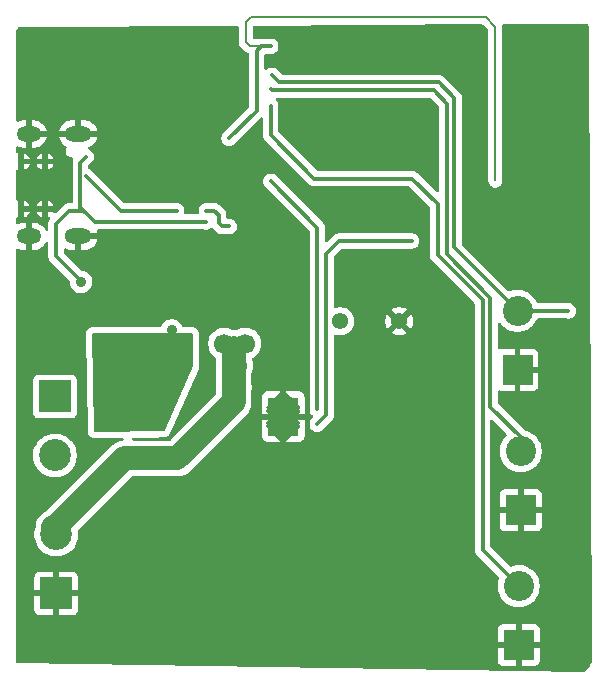
<source format=gbr>
%TF.GenerationSoftware,KiCad,Pcbnew,9.0.0*%
%TF.CreationDate,2025-03-01T12:45:02-04:00*%
%TF.ProjectId,PROYECT T,50524f59-4543-4542-9054-2e6b69636164,rev?*%
%TF.SameCoordinates,Original*%
%TF.FileFunction,Copper,L2,Bot*%
%TF.FilePolarity,Positive*%
%FSLAX46Y46*%
G04 Gerber Fmt 4.6, Leading zero omitted, Abs format (unit mm)*
G04 Created by KiCad (PCBNEW 9.0.0) date 2025-03-01 12:45:02*
%MOMM*%
%LPD*%
G01*
G04 APERTURE LIST*
%TA.AperFunction,Conductor*%
%ADD10C,0.200000*%
%TD*%
%TA.AperFunction,ComponentPad*%
%ADD11C,1.381000*%
%TD*%
%TA.AperFunction,ComponentPad*%
%ADD12R,2.700000X2.700000*%
%TD*%
%TA.AperFunction,ComponentPad*%
%ADD13C,2.700000*%
%TD*%
%TA.AperFunction,ComponentPad*%
%ADD14R,2.550000X2.550000*%
%TD*%
%TA.AperFunction,ComponentPad*%
%ADD15C,2.550000*%
%TD*%
%TA.AperFunction,ComponentPad*%
%ADD16C,0.630000*%
%TD*%
%TA.AperFunction,SMDPad,CuDef*%
%ADD17R,2.600000X3.300000*%
%TD*%
%TA.AperFunction,ComponentPad*%
%ADD18O,2.300000X1.300000*%
%TD*%
%TA.AperFunction,ComponentPad*%
%ADD19O,2.100000X1.300000*%
%TD*%
%TA.AperFunction,ComponentPad*%
%ADD20C,0.500000*%
%TD*%
%TA.AperFunction,ViaPad*%
%ADD21C,0.900000*%
%TD*%
%TA.AperFunction,ViaPad*%
%ADD22C,0.200000*%
%TD*%
%TA.AperFunction,ViaPad*%
%ADD23C,0.300000*%
%TD*%
%TA.AperFunction,ViaPad*%
%ADD24C,1.700000*%
%TD*%
%TA.AperFunction,Conductor*%
%ADD25C,0.300000*%
%TD*%
%TA.AperFunction,Conductor*%
%ADD26C,2.000000*%
%TD*%
G04 APERTURE END LIST*
D10*
%TO.N,PGND*%
X210001000Y-90506385D02*
X210011000Y-90651000D01*
X210001000Y-93181000D01*
X207583844Y-98636320D01*
X201764891Y-98695149D01*
X201645156Y-90473404D01*
X210001000Y-90506385D01*
%TA.AperFunction,Conductor*%
G36*
X210001000Y-90506385D02*
G01*
X210011000Y-90651000D01*
X210001000Y-93181000D01*
X207583844Y-98636320D01*
X201764891Y-98695149D01*
X201645156Y-90473404D01*
X210001000Y-90506385D01*
G37*
%TD.AperFunction*%
%TD*%
D11*
%TO.P,L2,1,1*%
%TO.N,GND*%
X227544000Y-89408000D03*
%TO.P,L2,2,2*%
%TO.N,PGND*%
X222544000Y-89408000D03*
%TD*%
D12*
%TO.P,MOTOR1,1,1*%
%TO.N,/DRIVER/MOTOR_OUT1*%
X198391000Y-95761000D03*
D13*
%TO.P,MOTOR1,2,2*%
%TO.N,/DRIVER/MOTOR_OUT2*%
X198391000Y-100761000D03*
%TD*%
D14*
%TO.P,BOTON_TERMINAL1,1,1*%
%TO.N,GND*%
X237556000Y-93511000D03*
D15*
%TO.P,BOTON_TERMINAL1,2,2*%
%TO.N,Net-(D9-K)*%
X237556000Y-88511000D03*
%TD*%
D16*
%TO.P,U2,9,GND*%
%TO.N,GND*%
X218371000Y-98786000D03*
X218371000Y-97486000D03*
X218371000Y-96186000D03*
D17*
X217721000Y-97486000D03*
D16*
X217071000Y-98786000D03*
X217071000Y-97486000D03*
X217071000Y-96186000D03*
%TD*%
D14*
%TO.P,LSC1,1,1*%
%TO.N,GND*%
X237656000Y-116826000D03*
D15*
%TO.P,LSC1,2,2*%
%TO.N,Net-(D8-K)*%
X237656000Y-111826000D03*
%TD*%
D14*
%TO.P,LSA}1,1,1*%
%TO.N,GND*%
X237826000Y-105406000D03*
D15*
%TO.P,LSA}1,2,2*%
%TO.N,Net-(D7-K)*%
X237826000Y-100406000D03*
%TD*%
D12*
%TO.P,PILA1,1,1*%
%TO.N,GND*%
X198506000Y-112446000D03*
D13*
%TO.P,PILA1,2,2*%
%TO.N,VDD*%
X198506000Y-107446000D03*
%TD*%
D18*
%TO.P,J1,S1,SHIELD*%
%TO.N,GND*%
X200363500Y-73546000D03*
D19*
X196163500Y-73546000D03*
D20*
X197543500Y-75876000D03*
X195543500Y-75876000D03*
X197543500Y-79876000D03*
X195543500Y-79876000D03*
D18*
X200363500Y-82206000D03*
D19*
X196163500Y-82206000D03*
%TD*%
D21*
%TO.N,PGND*%
X202692000Y-98044000D03*
X207471000Y-98044000D03*
X208280000Y-90170000D03*
X209042000Y-92456000D03*
X207518000Y-92710000D03*
D22*
%TO.N,Net-(D9-K)*%
X216736000Y-68576000D03*
X241846000Y-88526000D03*
D21*
%TO.N,GND*%
X225298000Y-72644000D03*
X225044000Y-73914000D03*
X219386000Y-110786000D03*
X218366000Y-100236000D03*
X217856000Y-114736000D03*
X225044000Y-71120000D03*
X223774000Y-73914000D03*
X219136000Y-112116000D03*
X218336000Y-92886000D03*
X222250000Y-72390000D03*
X218336000Y-94366000D03*
X216926000Y-113436000D03*
X216686000Y-110406000D03*
X222250000Y-71120000D03*
X217026000Y-101846000D03*
X222250000Y-73914000D03*
X223774000Y-71120000D03*
X216876000Y-111946000D03*
X223774000Y-72390000D03*
X218016000Y-110906000D03*
X217106000Y-94336000D03*
X219136000Y-113686000D03*
X216506000Y-115796000D03*
X217141000Y-92831000D03*
X218366000Y-101896000D03*
X219116000Y-115496000D03*
X217026000Y-100236000D03*
D23*
%TO.N,/Alimentacion/V3.3*%
X213136000Y-73896000D03*
D22*
X235671000Y-77481000D03*
D23*
X216666000Y-66116000D03*
D21*
%TO.N,PGND*%
X204421000Y-98061000D03*
X206151000Y-93201000D03*
X203701000Y-93371000D03*
X209256000Y-91316000D03*
X206301000Y-91421000D03*
X202431000Y-92401000D03*
X207336000Y-91236000D03*
X204931000Y-92351000D03*
X208351000Y-91291000D03*
X203711000Y-91371000D03*
X206051000Y-98111000D03*
D24*
%TO.N,VDD*%
X214496000Y-91286000D03*
X213706000Y-94996000D03*
X212716000Y-91306000D03*
X213816000Y-93166000D03*
D23*
%TO.N,/Alimentacion/VUSB*%
X211176000Y-80990500D03*
X201043500Y-80276000D03*
X201043500Y-75476000D03*
D21*
X200576000Y-86056000D03*
D22*
%TO.N,/DRIVER/PWM_DER*%
X220596000Y-96851000D03*
X216666000Y-77546000D03*
%TO.N,/DRIVER/PWM_IZ*%
X220596000Y-98121000D03*
X228591000Y-82606000D03*
%TO.N,Net-(D7-K)*%
X216666000Y-69716000D03*
%TO.N,Net-(D8-K)*%
X216666000Y-71196000D03*
%TO.N,Net-(IC1-I{slash}O1_1)*%
X201043500Y-77126000D03*
D23*
X208701500Y-80040500D03*
%TO.N,Net-(IC1-I{slash}O1_2)*%
X213166000Y-81376000D03*
X211201500Y-80040500D03*
%TD*%
D25*
%TO.N,Net-(D9-K)*%
X232196000Y-70496000D02*
X230886000Y-69186000D01*
X237556000Y-88511000D02*
X232196000Y-83151000D01*
X217346000Y-69186000D02*
X216736000Y-68576000D01*
X230886000Y-69186000D02*
X217346000Y-69186000D01*
X237556000Y-88511000D02*
X241831000Y-88511000D01*
X232196000Y-83151000D02*
X232196000Y-70496000D01*
X241831000Y-88511000D02*
X241846000Y-88526000D01*
%TO.N,/Alimentacion/V3.3*%
X215466000Y-71566000D02*
X215466000Y-66486000D01*
D10*
X235671000Y-64481000D02*
X234847000Y-63657000D01*
X214536000Y-64087000D02*
X214536000Y-65726000D01*
X234847000Y-63657000D02*
X214966000Y-63657000D01*
X214926000Y-66116000D02*
X216666000Y-66116000D01*
X214536000Y-65726000D02*
X214926000Y-66116000D01*
D25*
X216506000Y-66116000D02*
X216666000Y-66116000D01*
X215836000Y-66116000D02*
X216506000Y-66116000D01*
X215466000Y-66486000D02*
X215836000Y-66116000D01*
D10*
X214966000Y-63657000D02*
X214536000Y-64087000D01*
X235671000Y-77481000D02*
X235671000Y-64481000D01*
D25*
X213136000Y-73896000D02*
X215466000Y-71566000D01*
D26*
%TO.N,VDD*%
X213516000Y-96266000D02*
X208766000Y-101016000D01*
X204276000Y-101016000D02*
X198446000Y-106846000D01*
X213516000Y-91626000D02*
X213516000Y-96266000D01*
X208766000Y-101016000D02*
X204276000Y-101016000D01*
X198446000Y-106846000D02*
X198256000Y-106846000D01*
D25*
%TO.N,/Alimentacion/VUSB*%
X211161500Y-80976000D02*
X211176000Y-80990500D01*
X200542500Y-79775000D02*
X201043500Y-80276000D01*
X201743500Y-80976000D02*
X211161500Y-80976000D01*
X198486000Y-81132136D02*
X198486000Y-82176000D01*
X198486000Y-82176000D02*
X198486000Y-83916000D01*
X201043500Y-80276000D02*
X201743500Y-80976000D01*
X201043500Y-80276000D02*
X200832500Y-80065000D01*
X200542500Y-75977000D02*
X200542500Y-79775000D01*
X199553136Y-80065000D02*
X198486000Y-81132136D01*
X198486000Y-83916000D02*
X200666000Y-86096000D01*
X201043500Y-75476000D02*
X200542500Y-75977000D01*
X200832500Y-80065000D02*
X199553136Y-80065000D01*
%TO.N,/DRIVER/PWM_DER*%
X220596000Y-81476000D02*
X220596000Y-96851000D01*
X216666000Y-77546000D02*
X220596000Y-81476000D01*
%TO.N,/DRIVER/PWM_IZ*%
X220596000Y-98121000D02*
X221366000Y-97351000D01*
X221366000Y-83666000D02*
X222426000Y-82606000D01*
X221366000Y-97351000D02*
X221366000Y-83666000D01*
X222426000Y-82606000D02*
X228591000Y-82606000D01*
%TO.N,Net-(D7-K)*%
X216806000Y-69856000D02*
X216666000Y-69716000D01*
X237826000Y-99226000D02*
X235266000Y-96666000D01*
X235266000Y-96666000D02*
X235266000Y-87426000D01*
X230456000Y-69856000D02*
X216806000Y-69856000D01*
X235266000Y-87426000D02*
X231576000Y-83736000D01*
X237826000Y-100406000D02*
X237826000Y-99226000D01*
X231576000Y-70976000D02*
X230456000Y-69856000D01*
X231576000Y-83736000D02*
X231576000Y-70976000D01*
%TO.N,Net-(D8-K)*%
X234596000Y-108766000D02*
X237656000Y-111826000D01*
X230796000Y-79466000D02*
X230796000Y-83826000D01*
X230796000Y-83826000D02*
X234596000Y-87626000D01*
X228656000Y-77326000D02*
X230796000Y-79466000D01*
X220356000Y-77326000D02*
X228656000Y-77326000D01*
X216666000Y-71196000D02*
X216666000Y-73636000D01*
X234596000Y-87626000D02*
X234596000Y-108766000D01*
X216666000Y-73636000D02*
X220356000Y-77326000D01*
%TO.N,Net-(IC1-I{slash}O1_1)*%
X203958000Y-80040500D02*
X201043500Y-77126000D01*
X208701500Y-80040500D02*
X203958000Y-80040500D01*
%TO.N,Net-(IC1-I{slash}O1_2)*%
X211201500Y-80040500D02*
X211880500Y-80040500D01*
X212256000Y-81106000D02*
X212526000Y-81376000D01*
X212526000Y-81376000D02*
X213166000Y-81376000D01*
X211880500Y-80040500D02*
X212256000Y-80416000D01*
X212256000Y-80416000D02*
X212256000Y-81106000D01*
%TD*%
%TA.AperFunction,Conductor*%
%TO.N,GND*%
G36*
X243446092Y-64236647D02*
G01*
X243472828Y-64259553D01*
X243482535Y-64270622D01*
X243508161Y-64299843D01*
X243536951Y-64332671D01*
X243546822Y-64345535D01*
X243567003Y-64375738D01*
X243610466Y-64440785D01*
X243631343Y-64507462D01*
X243631362Y-64509098D01*
X243880495Y-118072703D01*
X243873916Y-118113138D01*
X243835063Y-118227593D01*
X243805908Y-118313484D01*
X243799703Y-118328463D01*
X243691212Y-118548460D01*
X243683102Y-118562507D01*
X243546825Y-118766460D01*
X243536951Y-118779328D01*
X243375219Y-118963748D01*
X243363749Y-118975218D01*
X243338049Y-118997756D01*
X243295504Y-119022164D01*
X243142047Y-119073317D01*
X243100866Y-119079664D01*
X195238032Y-118319937D01*
X195171313Y-118299191D01*
X195126402Y-118245668D01*
X195116000Y-118195953D01*
X195116000Y-115503155D01*
X235881000Y-115503155D01*
X235881000Y-116576000D01*
X236839520Y-116576000D01*
X236838665Y-116578064D01*
X236806000Y-116742282D01*
X236806000Y-116909718D01*
X236838665Y-117073936D01*
X236839520Y-117076000D01*
X235881000Y-117076000D01*
X235881000Y-118148844D01*
X235887401Y-118208372D01*
X235887403Y-118208379D01*
X235937645Y-118343086D01*
X235937649Y-118343093D01*
X236023809Y-118458187D01*
X236023812Y-118458190D01*
X236138906Y-118544350D01*
X236138913Y-118544354D01*
X236273620Y-118594596D01*
X236273627Y-118594598D01*
X236333155Y-118600999D01*
X236333172Y-118601000D01*
X237406000Y-118601000D01*
X237406000Y-117642480D01*
X237408064Y-117643335D01*
X237572282Y-117676000D01*
X237739718Y-117676000D01*
X237903936Y-117643335D01*
X237906000Y-117642480D01*
X237906000Y-118601000D01*
X238978828Y-118601000D01*
X238978844Y-118600999D01*
X239038372Y-118594598D01*
X239038379Y-118594596D01*
X239173086Y-118544354D01*
X239173093Y-118544350D01*
X239288187Y-118458190D01*
X239288190Y-118458187D01*
X239374350Y-118343093D01*
X239374354Y-118343086D01*
X239424596Y-118208379D01*
X239424598Y-118208372D01*
X239430999Y-118148844D01*
X239431000Y-118148827D01*
X239431000Y-117076000D01*
X238472480Y-117076000D01*
X238473335Y-117073936D01*
X238506000Y-116909718D01*
X238506000Y-116742282D01*
X238473335Y-116578064D01*
X238472480Y-116576000D01*
X239431000Y-116576000D01*
X239431000Y-115503172D01*
X239430999Y-115503155D01*
X239424598Y-115443627D01*
X239424596Y-115443620D01*
X239374354Y-115308913D01*
X239374350Y-115308906D01*
X239288190Y-115193812D01*
X239288187Y-115193809D01*
X239173093Y-115107649D01*
X239173086Y-115107645D01*
X239038379Y-115057403D01*
X239038372Y-115057401D01*
X238978844Y-115051000D01*
X237906000Y-115051000D01*
X237906000Y-116009519D01*
X237903936Y-116008665D01*
X237739718Y-115976000D01*
X237572282Y-115976000D01*
X237408064Y-116008665D01*
X237406000Y-116009519D01*
X237406000Y-115051000D01*
X236333155Y-115051000D01*
X236273627Y-115057401D01*
X236273620Y-115057403D01*
X236138913Y-115107645D01*
X236138906Y-115107649D01*
X236023812Y-115193809D01*
X236023809Y-115193812D01*
X235937649Y-115308906D01*
X235937645Y-115308913D01*
X235887403Y-115443620D01*
X235887401Y-115443627D01*
X235881000Y-115503155D01*
X195116000Y-115503155D01*
X195116000Y-111048155D01*
X196656000Y-111048155D01*
X196656000Y-112196000D01*
X197638096Y-112196000D01*
X197606000Y-112357358D01*
X197606000Y-112534642D01*
X197638096Y-112696000D01*
X196656000Y-112696000D01*
X196656000Y-113843844D01*
X196662401Y-113903372D01*
X196662403Y-113903379D01*
X196712645Y-114038086D01*
X196712649Y-114038093D01*
X196798809Y-114153187D01*
X196798812Y-114153190D01*
X196913906Y-114239350D01*
X196913913Y-114239354D01*
X197048620Y-114289596D01*
X197048627Y-114289598D01*
X197108155Y-114295999D01*
X197108172Y-114296000D01*
X198256000Y-114296000D01*
X198256000Y-113313904D01*
X198417358Y-113346000D01*
X198594642Y-113346000D01*
X198756000Y-113313904D01*
X198756000Y-114296000D01*
X199903828Y-114296000D01*
X199903844Y-114295999D01*
X199963372Y-114289598D01*
X199963379Y-114289596D01*
X200098086Y-114239354D01*
X200098093Y-114239350D01*
X200213187Y-114153190D01*
X200213190Y-114153187D01*
X200299350Y-114038093D01*
X200299354Y-114038086D01*
X200349596Y-113903379D01*
X200349598Y-113903372D01*
X200355999Y-113843844D01*
X200356000Y-113843827D01*
X200356000Y-112696000D01*
X199373904Y-112696000D01*
X199406000Y-112534642D01*
X199406000Y-112357358D01*
X199373904Y-112196000D01*
X200356000Y-112196000D01*
X200356000Y-111048172D01*
X200355999Y-111048155D01*
X200349598Y-110988627D01*
X200349596Y-110988620D01*
X200299354Y-110853913D01*
X200299350Y-110853906D01*
X200213190Y-110738812D01*
X200213187Y-110738809D01*
X200098093Y-110652649D01*
X200098086Y-110652645D01*
X199963379Y-110602403D01*
X199963372Y-110602401D01*
X199903844Y-110596000D01*
X198756000Y-110596000D01*
X198756000Y-111578095D01*
X198594642Y-111546000D01*
X198417358Y-111546000D01*
X198256000Y-111578095D01*
X198256000Y-110596000D01*
X197108155Y-110596000D01*
X197048627Y-110602401D01*
X197048620Y-110602403D01*
X196913913Y-110652645D01*
X196913906Y-110652649D01*
X196798812Y-110738809D01*
X196798809Y-110738812D01*
X196712649Y-110853906D01*
X196712645Y-110853913D01*
X196662403Y-110988620D01*
X196662401Y-110988627D01*
X196656000Y-111048155D01*
X195116000Y-111048155D01*
X195116000Y-107324711D01*
X196655500Y-107324711D01*
X196655500Y-107567288D01*
X196687161Y-107807785D01*
X196749947Y-108042104D01*
X196842773Y-108266205D01*
X196842776Y-108266212D01*
X196964064Y-108476289D01*
X196964066Y-108476292D01*
X196964067Y-108476293D01*
X197111733Y-108668736D01*
X197111739Y-108668743D01*
X197283256Y-108840260D01*
X197283262Y-108840265D01*
X197475711Y-108987936D01*
X197685788Y-109109224D01*
X197909900Y-109202054D01*
X198144211Y-109264838D01*
X198324586Y-109288584D01*
X198384711Y-109296500D01*
X198384712Y-109296500D01*
X198627289Y-109296500D01*
X198675388Y-109290167D01*
X198867789Y-109264838D01*
X199102100Y-109202054D01*
X199326212Y-109109224D01*
X199536289Y-108987936D01*
X199728738Y-108840265D01*
X199900265Y-108668738D01*
X200047936Y-108476289D01*
X200169224Y-108266212D01*
X200262054Y-108042100D01*
X200324838Y-107807789D01*
X200356500Y-107567288D01*
X200356500Y-107324712D01*
X200333398Y-107149233D01*
X200344164Y-107080200D01*
X200368653Y-107045372D01*
X204861208Y-102552819D01*
X204922531Y-102519334D01*
X204948889Y-102516500D01*
X208884097Y-102516500D01*
X209117368Y-102479553D01*
X209341992Y-102406568D01*
X209552434Y-102299343D01*
X209743510Y-102160517D01*
X212720183Y-99183844D01*
X215921000Y-99183844D01*
X215927401Y-99243372D01*
X215927403Y-99243379D01*
X215977645Y-99378086D01*
X215977649Y-99378093D01*
X216063809Y-99493187D01*
X216063812Y-99493190D01*
X216178906Y-99579350D01*
X216178913Y-99579354D01*
X216313620Y-99629596D01*
X216313627Y-99629598D01*
X216373155Y-99635999D01*
X216373172Y-99636000D01*
X217471000Y-99636000D01*
X217471000Y-99539554D01*
X217470999Y-99539553D01*
X217971000Y-99539553D01*
X217971000Y-99636000D01*
X219068828Y-99636000D01*
X219068844Y-99635999D01*
X219128372Y-99629598D01*
X219128379Y-99629596D01*
X219263086Y-99579354D01*
X219263093Y-99579350D01*
X219378187Y-99493190D01*
X219378190Y-99493187D01*
X219464350Y-99378093D01*
X219464354Y-99378086D01*
X219514596Y-99243379D01*
X219514598Y-99243372D01*
X219520999Y-99183844D01*
X219521000Y-99183827D01*
X219521000Y-97736000D01*
X218974553Y-97736000D01*
X219128311Y-97889758D01*
X219161796Y-97951081D01*
X219156812Y-98020773D01*
X219128312Y-98065120D01*
X219057432Y-98136000D01*
X219128312Y-98206880D01*
X219161797Y-98268203D01*
X219156813Y-98337895D01*
X219128312Y-98382242D01*
X217971000Y-99539553D01*
X217470999Y-99539553D01*
X216684625Y-98753179D01*
X216906000Y-98753179D01*
X216906000Y-98818821D01*
X216931119Y-98879465D01*
X216977535Y-98925881D01*
X217038179Y-98951000D01*
X217103821Y-98951000D01*
X217164465Y-98925881D01*
X217210881Y-98879465D01*
X217236000Y-98818821D01*
X217236000Y-98786000D01*
X217424554Y-98786000D01*
X217471000Y-98832445D01*
X217471000Y-98832444D01*
X217971000Y-98832444D01*
X218017445Y-98786000D01*
X217984624Y-98753179D01*
X218206000Y-98753179D01*
X218206000Y-98818821D01*
X218231119Y-98879465D01*
X218277535Y-98925881D01*
X218338179Y-98951000D01*
X218403821Y-98951000D01*
X218464465Y-98925881D01*
X218510881Y-98879465D01*
X218536000Y-98818821D01*
X218536000Y-98753179D01*
X218510881Y-98692535D01*
X218464465Y-98646119D01*
X218403821Y-98621000D01*
X218338179Y-98621000D01*
X218277535Y-98646119D01*
X218231119Y-98692535D01*
X218206000Y-98753179D01*
X217984624Y-98753179D01*
X217971000Y-98739555D01*
X217971000Y-98832444D01*
X217471000Y-98832444D01*
X217471000Y-98739554D01*
X217424554Y-98786000D01*
X217236000Y-98786000D01*
X217236000Y-98753179D01*
X217210881Y-98692535D01*
X217164465Y-98646119D01*
X217103821Y-98621000D01*
X217038179Y-98621000D01*
X216977535Y-98646119D01*
X216931119Y-98692535D01*
X216906000Y-98753179D01*
X216684625Y-98753179D01*
X216313688Y-98382242D01*
X216280203Y-98320919D01*
X216285187Y-98251227D01*
X216290935Y-98238167D01*
X216343107Y-98136000D01*
X216774554Y-98136000D01*
X217071000Y-98432446D01*
X217367446Y-98136000D01*
X218074554Y-98136000D01*
X218371000Y-98432446D01*
X218667446Y-98136000D01*
X218371000Y-97839554D01*
X218074554Y-98136000D01*
X217367446Y-98136000D01*
X217071000Y-97839554D01*
X216774554Y-98136000D01*
X216343107Y-98136000D01*
X216357122Y-98108554D01*
X216313688Y-98065120D01*
X216280203Y-98003797D01*
X216285187Y-97934105D01*
X216313688Y-97889758D01*
X216467446Y-97736000D01*
X215921000Y-97736000D01*
X215921000Y-99183844D01*
X212720183Y-99183844D01*
X214450848Y-97453179D01*
X216906000Y-97453179D01*
X216906000Y-97518821D01*
X216931119Y-97579465D01*
X216977535Y-97625881D01*
X217038179Y-97651000D01*
X217103821Y-97651000D01*
X217164465Y-97625881D01*
X217210881Y-97579465D01*
X217236000Y-97518821D01*
X217236000Y-97453179D01*
X218206000Y-97453179D01*
X218206000Y-97518821D01*
X218231119Y-97579465D01*
X218277535Y-97625881D01*
X218338179Y-97651000D01*
X218403821Y-97651000D01*
X218464465Y-97625881D01*
X218510881Y-97579465D01*
X218536000Y-97518821D01*
X218536000Y-97453179D01*
X218510881Y-97392535D01*
X218464465Y-97346119D01*
X218403821Y-97321000D01*
X218338179Y-97321000D01*
X218277535Y-97346119D01*
X218231119Y-97392535D01*
X218206000Y-97453179D01*
X217236000Y-97453179D01*
X217210881Y-97392535D01*
X217164465Y-97346119D01*
X217103821Y-97321000D01*
X217038179Y-97321000D01*
X216977535Y-97346119D01*
X216931119Y-97392535D01*
X216906000Y-97453179D01*
X214450848Y-97453179D01*
X214660517Y-97243510D01*
X214799343Y-97052434D01*
X214906568Y-96841993D01*
X214931545Y-96765120D01*
X214961358Y-96673366D01*
X214968599Y-96651081D01*
X214979553Y-96617368D01*
X215008774Y-96432873D01*
X215016500Y-96384097D01*
X215016500Y-95788155D01*
X215921000Y-95788155D01*
X215921000Y-97236000D01*
X216467446Y-97236000D01*
X216467446Y-97235999D01*
X216313688Y-97082241D01*
X216280203Y-97020918D01*
X216285187Y-96951226D01*
X216290935Y-96938166D01*
X216343107Y-96836000D01*
X216774554Y-96836000D01*
X217071000Y-97132446D01*
X217367446Y-96836000D01*
X218074554Y-96836000D01*
X218371000Y-97132446D01*
X218667446Y-96836000D01*
X218371000Y-96539554D01*
X218074554Y-96836000D01*
X217367446Y-96836000D01*
X217071000Y-96539554D01*
X216774554Y-96836000D01*
X216343107Y-96836000D01*
X216357122Y-96808554D01*
X216313688Y-96765120D01*
X216280203Y-96703797D01*
X216285187Y-96634105D01*
X216313688Y-96589758D01*
X216750267Y-96153179D01*
X216906000Y-96153179D01*
X216906000Y-96218821D01*
X216931119Y-96279465D01*
X216977535Y-96325881D01*
X217038179Y-96351000D01*
X217103821Y-96351000D01*
X217164465Y-96325881D01*
X217210881Y-96279465D01*
X217236000Y-96218821D01*
X217236000Y-96186000D01*
X217424554Y-96186000D01*
X217471000Y-96232445D01*
X217471000Y-96232444D01*
X217971000Y-96232444D01*
X218017445Y-96186000D01*
X217984624Y-96153179D01*
X218206000Y-96153179D01*
X218206000Y-96218821D01*
X218231119Y-96279465D01*
X218277535Y-96325881D01*
X218338179Y-96351000D01*
X218403821Y-96351000D01*
X218464465Y-96325881D01*
X218510881Y-96279465D01*
X218536000Y-96218821D01*
X218536000Y-96153179D01*
X218510881Y-96092535D01*
X218464465Y-96046119D01*
X218403821Y-96021000D01*
X218338179Y-96021000D01*
X218277535Y-96046119D01*
X218231119Y-96092535D01*
X218206000Y-96153179D01*
X217984624Y-96153179D01*
X217971000Y-96139555D01*
X217971000Y-96232444D01*
X217471000Y-96232444D01*
X217471000Y-96139554D01*
X217424554Y-96186000D01*
X217236000Y-96186000D01*
X217236000Y-96153179D01*
X217210881Y-96092535D01*
X217164465Y-96046119D01*
X217103821Y-96021000D01*
X217038179Y-96021000D01*
X216977535Y-96046119D01*
X216931119Y-96092535D01*
X216906000Y-96153179D01*
X216750267Y-96153179D01*
X216856489Y-96046957D01*
X217470999Y-95432446D01*
X217971000Y-95432446D01*
X219128312Y-96589758D01*
X219161797Y-96651081D01*
X219156813Y-96720773D01*
X219128312Y-96765120D01*
X219057432Y-96836000D01*
X219128311Y-96906879D01*
X219161796Y-96968202D01*
X219156812Y-97037894D01*
X219128311Y-97082241D01*
X218974553Y-97235998D01*
X218974554Y-97236000D01*
X219521000Y-97236000D01*
X219521000Y-95788172D01*
X219520999Y-95788155D01*
X219514598Y-95728627D01*
X219514596Y-95728620D01*
X219464354Y-95593913D01*
X219464350Y-95593906D01*
X219378190Y-95478812D01*
X219378187Y-95478809D01*
X219263093Y-95392649D01*
X219263086Y-95392645D01*
X219128379Y-95342403D01*
X219128372Y-95342401D01*
X219068844Y-95336000D01*
X217971000Y-95336000D01*
X217971000Y-95432446D01*
X217470999Y-95432446D01*
X217471000Y-95432445D01*
X217471000Y-95336000D01*
X216373155Y-95336000D01*
X216313627Y-95342401D01*
X216313620Y-95342403D01*
X216178913Y-95392645D01*
X216178906Y-95392649D01*
X216063812Y-95478809D01*
X216063809Y-95478812D01*
X215977649Y-95593906D01*
X215977645Y-95593913D01*
X215927403Y-95728620D01*
X215927401Y-95728627D01*
X215921000Y-95788155D01*
X215016500Y-95788155D01*
X215016500Y-95352643D01*
X215022148Y-95316991D01*
X215022108Y-95316982D01*
X215022230Y-95316470D01*
X215022572Y-95314317D01*
X215023246Y-95312243D01*
X215056500Y-95102287D01*
X215056500Y-94889713D01*
X215023246Y-94679757D01*
X215022568Y-94677669D01*
X215022224Y-94675498D01*
X215022107Y-94675010D01*
X215022145Y-94675000D01*
X215016500Y-94639353D01*
X215016500Y-93814387D01*
X215030015Y-93758092D01*
X215067557Y-93684412D01*
X215133246Y-93482243D01*
X215166500Y-93272287D01*
X215166500Y-93059713D01*
X215133246Y-92849757D01*
X215067557Y-92647588D01*
X215067555Y-92647585D01*
X215067554Y-92647580D01*
X215065690Y-92643079D01*
X215067122Y-92642485D01*
X215055495Y-92580542D01*
X215081777Y-92515804D01*
X215122581Y-92482442D01*
X215203816Y-92441051D01*
X215255255Y-92403678D01*
X215375786Y-92316109D01*
X215375788Y-92316106D01*
X215375792Y-92316104D01*
X215526104Y-92165792D01*
X215526106Y-92165788D01*
X215526109Y-92165786D01*
X215636520Y-92013816D01*
X215651051Y-91993816D01*
X215747557Y-91804412D01*
X215813246Y-91602243D01*
X215846500Y-91392287D01*
X215846500Y-91179713D01*
X215813246Y-90969757D01*
X215747557Y-90767588D01*
X215651051Y-90578184D01*
X215651049Y-90578181D01*
X215651048Y-90578179D01*
X215526109Y-90406213D01*
X215375786Y-90255890D01*
X215203820Y-90130951D01*
X215014414Y-90034444D01*
X215014413Y-90034443D01*
X215014412Y-90034443D01*
X214812243Y-89968754D01*
X214812241Y-89968753D01*
X214812240Y-89968753D01*
X214650957Y-89943208D01*
X214602287Y-89935500D01*
X214389713Y-89935500D01*
X214341042Y-89943208D01*
X214179760Y-89968753D01*
X213977585Y-90034444D01*
X213795701Y-90127119D01*
X213727032Y-90140015D01*
X213720008Y-90139107D01*
X213634096Y-90125500D01*
X213634092Y-90125500D01*
X213403640Y-90125500D01*
X213347345Y-90111985D01*
X213234414Y-90054444D01*
X213234413Y-90054443D01*
X213234412Y-90054443D01*
X213032243Y-89988754D01*
X213032241Y-89988753D01*
X213032240Y-89988753D01*
X212870957Y-89963208D01*
X212822287Y-89955500D01*
X212609713Y-89955500D01*
X212561042Y-89963208D01*
X212399760Y-89988753D01*
X212197585Y-90054444D01*
X212008179Y-90150951D01*
X211836213Y-90275890D01*
X211685890Y-90426213D01*
X211560951Y-90598179D01*
X211464444Y-90787585D01*
X211398753Y-90989760D01*
X211365500Y-91199713D01*
X211365500Y-91412286D01*
X211395585Y-91602239D01*
X211398754Y-91622243D01*
X211457945Y-91804414D01*
X211464444Y-91824414D01*
X211560951Y-92013820D01*
X211685890Y-92185786D01*
X211836211Y-92336107D01*
X211907200Y-92387682D01*
X211964385Y-92429229D01*
X212007051Y-92484558D01*
X212015500Y-92529547D01*
X212015500Y-95593111D01*
X211995815Y-95660150D01*
X211979181Y-95680792D01*
X208180792Y-99479181D01*
X208119469Y-99512666D01*
X208093111Y-99515500D01*
X205047477Y-99515500D01*
X204980438Y-99495815D01*
X204934683Y-99443011D01*
X204924739Y-99373853D01*
X204953764Y-99310297D01*
X205012542Y-99272523D01*
X205046223Y-99267506D01*
X206693454Y-99250852D01*
X207589965Y-99241789D01*
X207600426Y-99241178D01*
X207648207Y-99238390D01*
X207648209Y-99238389D01*
X207648215Y-99238389D01*
X207801849Y-99201213D01*
X207940626Y-99125541D01*
X208055088Y-99016529D01*
X208137436Y-98881607D01*
X208300716Y-98513096D01*
X208313322Y-98494231D01*
X208374256Y-98347123D01*
X210554592Y-93426287D01*
X210585244Y-93340025D01*
X210594435Y-93272287D01*
X210606495Y-93183394D01*
X210611118Y-92013816D01*
X210616495Y-90653393D01*
X210615058Y-90609230D01*
X210605058Y-90464615D01*
X210595426Y-90406213D01*
X210586483Y-90351985D01*
X210586482Y-90351983D01*
X210586482Y-90351980D01*
X210571925Y-90316441D01*
X210526570Y-90205709D01*
X210526569Y-90205706D01*
X210430842Y-90079927D01*
X210430841Y-90079925D01*
X210305818Y-89983206D01*
X210191919Y-89935500D01*
X210160022Y-89922140D01*
X210160021Y-89922139D01*
X210160019Y-89922139D01*
X210160018Y-89922138D01*
X210003392Y-89900889D01*
X209278524Y-89898028D01*
X209211563Y-89878079D01*
X209166017Y-89825095D01*
X209164453Y-89821482D01*
X209122323Y-89719771D01*
X209122318Y-89719762D01*
X209018302Y-89564092D01*
X209018299Y-89564088D01*
X208885911Y-89431700D01*
X208885907Y-89431697D01*
X208730237Y-89327681D01*
X208730228Y-89327676D01*
X208557251Y-89256027D01*
X208557243Y-89256025D01*
X208373620Y-89219500D01*
X208373616Y-89219500D01*
X208186384Y-89219500D01*
X208186379Y-89219500D01*
X208002756Y-89256025D01*
X208002748Y-89256027D01*
X207829771Y-89327676D01*
X207829762Y-89327681D01*
X207674092Y-89431697D01*
X207674088Y-89431700D01*
X207541700Y-89564088D01*
X207541697Y-89564092D01*
X207437681Y-89719762D01*
X207437673Y-89719777D01*
X207398806Y-89813609D01*
X207354965Y-89868012D01*
X207288670Y-89890076D01*
X207283757Y-89890154D01*
X202487469Y-89871224D01*
X201647546Y-89867909D01*
X201647534Y-89867909D01*
X201647520Y-89867909D01*
X201636754Y-89867965D01*
X201636339Y-89867968D01*
X201636338Y-89867968D01*
X201636325Y-89867969D01*
X201479942Y-89890879D01*
X201479941Y-89890879D01*
X201334804Y-89953488D01*
X201334801Y-89953490D01*
X201210815Y-90051529D01*
X201210811Y-90051533D01*
X201116428Y-90178315D01*
X201116426Y-90178320D01*
X201058068Y-90325221D01*
X201039720Y-90482221D01*
X201159454Y-98703967D01*
X201181636Y-98857765D01*
X201181637Y-98857769D01*
X201210949Y-98926558D01*
X201243599Y-99003184D01*
X201292344Y-99065397D01*
X201317713Y-99097776D01*
X201341089Y-99127610D01*
X201467457Y-99222561D01*
X201515239Y-99241789D01*
X201614097Y-99281571D01*
X201771012Y-99300618D01*
X204085572Y-99277218D01*
X204152807Y-99296224D01*
X204199094Y-99348563D01*
X204209736Y-99417617D01*
X204181355Y-99481463D01*
X204122962Y-99519830D01*
X204106224Y-99523685D01*
X203924631Y-99552446D01*
X203700003Y-99625433D01*
X203489565Y-99732657D01*
X203298488Y-99871484D01*
X203298487Y-99871485D01*
X197752211Y-105417760D01*
X197702852Y-105448009D01*
X197680008Y-105455432D01*
X197680005Y-105455433D01*
X197680003Y-105455434D01*
X197469566Y-105562657D01*
X197360550Y-105641862D01*
X197278490Y-105701483D01*
X197278488Y-105701485D01*
X197278487Y-105701485D01*
X197111485Y-105868487D01*
X197111485Y-105868488D01*
X197111483Y-105868490D01*
X197053829Y-105947844D01*
X196972657Y-106059566D01*
X196865433Y-106270003D01*
X196792446Y-106494631D01*
X196755500Y-106727902D01*
X196755500Y-106813066D01*
X196750111Y-106845742D01*
X196750997Y-106845980D01*
X196749947Y-106849895D01*
X196749946Y-106849900D01*
X196730336Y-106923086D01*
X196687161Y-107084214D01*
X196655500Y-107324711D01*
X195116000Y-107324711D01*
X195116000Y-100639711D01*
X196540500Y-100639711D01*
X196540500Y-100882288D01*
X196572161Y-101122785D01*
X196634947Y-101357104D01*
X196650454Y-101394540D01*
X196727776Y-101581212D01*
X196849064Y-101791289D01*
X196849066Y-101791292D01*
X196849067Y-101791293D01*
X196996733Y-101983736D01*
X196996739Y-101983743D01*
X197168256Y-102155260D01*
X197168263Y-102155266D01*
X197202452Y-102181500D01*
X197360711Y-102302936D01*
X197570788Y-102424224D01*
X197766269Y-102505195D01*
X197793562Y-102516500D01*
X197794900Y-102517054D01*
X198029211Y-102579838D01*
X198209586Y-102603584D01*
X198269711Y-102611500D01*
X198269712Y-102611500D01*
X198512289Y-102611500D01*
X198560388Y-102605167D01*
X198752789Y-102579838D01*
X198987100Y-102517054D01*
X199211212Y-102424224D01*
X199421289Y-102302936D01*
X199613738Y-102155265D01*
X199785265Y-101983738D01*
X199932936Y-101791289D01*
X200054224Y-101581212D01*
X200147054Y-101357100D01*
X200209838Y-101122789D01*
X200241500Y-100882288D01*
X200241500Y-100639712D01*
X200209838Y-100399211D01*
X200147054Y-100164900D01*
X200054224Y-99940788D01*
X199932936Y-99730711D01*
X199796149Y-99552446D01*
X199785266Y-99538263D01*
X199785260Y-99538256D01*
X199613743Y-99366739D01*
X199613736Y-99366733D01*
X199421293Y-99219067D01*
X199421292Y-99219066D01*
X199421289Y-99219064D01*
X199211212Y-99097776D01*
X199211205Y-99097773D01*
X198987104Y-99004947D01*
X198869944Y-98973554D01*
X198752789Y-98942162D01*
X198752788Y-98942161D01*
X198752785Y-98942161D01*
X198512289Y-98910500D01*
X198512288Y-98910500D01*
X198269712Y-98910500D01*
X198269711Y-98910500D01*
X198029214Y-98942161D01*
X197794895Y-99004947D01*
X197570794Y-99097773D01*
X197570785Y-99097777D01*
X197360706Y-99219067D01*
X197168263Y-99366733D01*
X197168256Y-99366739D01*
X196996739Y-99538256D01*
X196996733Y-99538263D01*
X196849067Y-99730706D01*
X196849064Y-99730710D01*
X196849064Y-99730711D01*
X196832817Y-99758851D01*
X196727777Y-99940785D01*
X196727773Y-99940794D01*
X196634947Y-100164895D01*
X196572161Y-100399214D01*
X196540500Y-100639711D01*
X195116000Y-100639711D01*
X195116000Y-94363135D01*
X196540500Y-94363135D01*
X196540500Y-97158870D01*
X196540501Y-97158876D01*
X196546908Y-97218483D01*
X196597202Y-97353328D01*
X196597206Y-97353335D01*
X196683452Y-97468544D01*
X196683455Y-97468547D01*
X196798664Y-97554793D01*
X196798671Y-97554797D01*
X196933517Y-97605091D01*
X196933516Y-97605091D01*
X196940444Y-97605835D01*
X196993127Y-97611500D01*
X199788872Y-97611499D01*
X199848483Y-97605091D01*
X199983331Y-97554796D01*
X200098546Y-97468546D01*
X200184796Y-97353331D01*
X200235091Y-97218483D01*
X200241500Y-97158873D01*
X200241499Y-94363128D01*
X200235091Y-94303517D01*
X200184796Y-94168669D01*
X200184795Y-94168668D01*
X200184793Y-94168664D01*
X200098547Y-94053455D01*
X200098544Y-94053452D01*
X199983335Y-93967206D01*
X199983328Y-93967202D01*
X199848482Y-93916908D01*
X199848483Y-93916908D01*
X199788883Y-93910501D01*
X199788881Y-93910500D01*
X199788873Y-93910500D01*
X199788864Y-93910500D01*
X196993129Y-93910500D01*
X196993123Y-93910501D01*
X196933516Y-93916908D01*
X196798671Y-93967202D01*
X196798664Y-93967206D01*
X196683455Y-94053452D01*
X196683452Y-94053455D01*
X196597206Y-94168664D01*
X196597202Y-94168671D01*
X196546908Y-94303517D01*
X196540501Y-94363116D01*
X196540501Y-94363123D01*
X196540500Y-94363135D01*
X195116000Y-94363135D01*
X195116000Y-83369107D01*
X195135685Y-83302068D01*
X195188489Y-83256313D01*
X195257647Y-83246369D01*
X195296297Y-83258623D01*
X195322054Y-83271747D01*
X195322055Y-83271748D01*
X195494206Y-83327682D01*
X195672994Y-83356000D01*
X195913500Y-83356000D01*
X195913500Y-82456000D01*
X196413500Y-82456000D01*
X196413500Y-83356000D01*
X196654006Y-83356000D01*
X196832793Y-83327682D01*
X197004944Y-83271748D01*
X197004947Y-83271747D01*
X197166234Y-83189565D01*
X197312669Y-83083176D01*
X197440676Y-82955169D01*
X197547065Y-82808734D01*
X197601015Y-82702855D01*
X197648990Y-82652059D01*
X197716811Y-82635264D01*
X197782946Y-82657802D01*
X197826397Y-82712517D01*
X197835500Y-82759150D01*
X197835500Y-83980069D01*
X197835500Y-83980071D01*
X197835499Y-83980071D01*
X197855511Y-84080669D01*
X197860499Y-84105744D01*
X197909535Y-84224127D01*
X197980723Y-84330669D01*
X197980726Y-84330673D01*
X197980727Y-84330674D01*
X199589181Y-85939127D01*
X199622666Y-86000450D01*
X199625500Y-86026808D01*
X199625500Y-86149620D01*
X199662025Y-86333243D01*
X199662027Y-86333251D01*
X199733676Y-86506228D01*
X199733681Y-86506237D01*
X199837697Y-86661907D01*
X199837700Y-86661911D01*
X199970088Y-86794299D01*
X199970092Y-86794302D01*
X200125762Y-86898318D01*
X200125768Y-86898321D01*
X200125769Y-86898322D01*
X200298749Y-86969973D01*
X200482379Y-87006499D01*
X200482383Y-87006500D01*
X200482384Y-87006500D01*
X200669617Y-87006500D01*
X200669618Y-87006499D01*
X200853251Y-86969973D01*
X201026231Y-86898322D01*
X201181908Y-86794302D01*
X201314302Y-86661908D01*
X201418322Y-86506231D01*
X201489973Y-86333251D01*
X201526500Y-86149616D01*
X201526500Y-85962384D01*
X201489973Y-85778749D01*
X201418322Y-85605769D01*
X201418321Y-85605768D01*
X201418318Y-85605762D01*
X201314302Y-85450092D01*
X201314299Y-85450088D01*
X201181911Y-85317700D01*
X201181907Y-85317697D01*
X201026237Y-85213681D01*
X201026228Y-85213676D01*
X200853251Y-85142027D01*
X200853243Y-85142025D01*
X200669620Y-85105500D01*
X200669616Y-85105500D01*
X200646808Y-85105500D01*
X200579769Y-85085815D01*
X200559127Y-85069181D01*
X199172819Y-83682873D01*
X199139334Y-83621550D01*
X199136500Y-83595192D01*
X199136500Y-83328599D01*
X199156185Y-83261560D01*
X199208989Y-83215805D01*
X199278147Y-83205861D01*
X199316796Y-83218115D01*
X199422048Y-83271745D01*
X199422055Y-83271748D01*
X199594206Y-83327682D01*
X199772994Y-83356000D01*
X200113500Y-83356000D01*
X200113500Y-82456000D01*
X200613500Y-82456000D01*
X200613500Y-83356000D01*
X200954006Y-83356000D01*
X201132793Y-83327682D01*
X201304944Y-83271748D01*
X201304947Y-83271747D01*
X201466234Y-83189565D01*
X201612669Y-83083176D01*
X201740676Y-82955169D01*
X201847065Y-82808734D01*
X201929247Y-82647447D01*
X201929249Y-82647441D01*
X201985181Y-82475295D01*
X201985184Y-82475285D01*
X201988239Y-82456000D01*
X200963228Y-82456000D01*
X201055114Y-82417940D01*
X201125440Y-82347614D01*
X201163500Y-82255728D01*
X201163500Y-82156272D01*
X201125440Y-82064386D01*
X201055114Y-81994060D01*
X200963228Y-81956000D01*
X201988239Y-81956000D01*
X201985184Y-81936714D01*
X201985182Y-81936708D01*
X201937131Y-81788818D01*
X201935136Y-81718976D01*
X201971217Y-81659144D01*
X202033918Y-81628316D01*
X202055062Y-81626500D01*
X211026824Y-81626500D01*
X211051017Y-81628883D01*
X211111930Y-81641000D01*
X211111931Y-81641000D01*
X211240071Y-81641000D01*
X211324615Y-81624182D01*
X211365744Y-81616001D01*
X211484127Y-81566965D01*
X211524380Y-81540069D01*
X211587404Y-81497958D01*
X211626997Y-81485561D01*
X211654074Y-81477083D01*
X211654077Y-81477083D01*
X211697591Y-81489020D01*
X211721455Y-81495567D01*
X211721457Y-81495568D01*
X211721460Y-81495571D01*
X211745864Y-81516912D01*
X211746415Y-81516362D01*
X212111325Y-81881272D01*
X212111332Y-81881278D01*
X212217863Y-81952459D01*
X212217867Y-81952461D01*
X212217874Y-81952466D01*
X212285553Y-81980499D01*
X212336256Y-82001501D01*
X212336260Y-82001501D01*
X212336261Y-82001502D01*
X212461928Y-82026500D01*
X212461931Y-82026500D01*
X213230071Y-82026500D01*
X213314615Y-82009682D01*
X213355744Y-82001501D01*
X213474127Y-81952465D01*
X213580669Y-81881276D01*
X213671276Y-81790669D01*
X213742465Y-81684127D01*
X213791501Y-81565744D01*
X213801324Y-81516362D01*
X213816500Y-81440071D01*
X213816500Y-81311928D01*
X213791502Y-81186261D01*
X213791501Y-81186260D01*
X213791501Y-81186256D01*
X213748685Y-81082890D01*
X213742466Y-81067875D01*
X213742461Y-81067866D01*
X213671276Y-80961331D01*
X213671273Y-80961327D01*
X213580672Y-80870726D01*
X213580668Y-80870723D01*
X213474133Y-80799538D01*
X213474124Y-80799533D01*
X213355744Y-80750499D01*
X213355738Y-80750497D01*
X213230071Y-80725500D01*
X213230069Y-80725500D01*
X213030500Y-80725500D01*
X212963461Y-80705815D01*
X212917706Y-80653011D01*
X212906500Y-80601500D01*
X212906500Y-80351928D01*
X212881502Y-80226261D01*
X212881501Y-80226260D01*
X212881501Y-80226256D01*
X212843574Y-80134692D01*
X212832466Y-80107875D01*
X212832461Y-80107866D01*
X212761277Y-80001332D01*
X212720913Y-79960968D01*
X212670669Y-79910724D01*
X212606108Y-79846163D01*
X212295174Y-79535227D01*
X212295173Y-79535226D01*
X212188625Y-79464033D01*
X212070247Y-79415000D01*
X212070242Y-79414998D01*
X212067740Y-79414501D01*
X212067740Y-79414500D01*
X212067730Y-79414499D01*
X211944571Y-79390000D01*
X211944569Y-79390000D01*
X211137431Y-79390000D01*
X211137429Y-79390000D01*
X211011761Y-79414997D01*
X211011755Y-79414999D01*
X210893375Y-79464033D01*
X210893366Y-79464038D01*
X210786831Y-79535223D01*
X210786827Y-79535226D01*
X210696226Y-79625827D01*
X210696223Y-79625831D01*
X210625038Y-79732366D01*
X210625033Y-79732375D01*
X210575999Y-79850755D01*
X210575997Y-79850761D01*
X210551000Y-79976428D01*
X210551000Y-80104571D01*
X210565469Y-80177308D01*
X210559242Y-80246899D01*
X210516380Y-80302077D01*
X210450490Y-80325322D01*
X210443852Y-80325500D01*
X209459148Y-80325500D01*
X209392109Y-80305815D01*
X209346354Y-80253011D01*
X209336410Y-80183853D01*
X209337531Y-80177308D01*
X209352000Y-80104571D01*
X209352000Y-79976428D01*
X209327002Y-79850761D01*
X209327001Y-79850760D01*
X209327001Y-79850756D01*
X209277965Y-79732373D01*
X209277964Y-79732372D01*
X209277961Y-79732366D01*
X209206776Y-79625831D01*
X209206773Y-79625827D01*
X209116172Y-79535226D01*
X209116168Y-79535223D01*
X209009633Y-79464038D01*
X209009624Y-79464033D01*
X208891244Y-79414999D01*
X208891238Y-79414997D01*
X208765571Y-79390000D01*
X208765569Y-79390000D01*
X204278808Y-79390000D01*
X204211769Y-79370315D01*
X204191127Y-79353681D01*
X202400967Y-77563520D01*
X202319373Y-77481926D01*
X216015501Y-77481926D01*
X216015501Y-77610073D01*
X216040497Y-77735736D01*
X216040499Y-77735744D01*
X216080068Y-77831273D01*
X216089535Y-77854127D01*
X216154598Y-77951502D01*
X216160726Y-77960673D01*
X216160727Y-77960674D01*
X219909181Y-81709127D01*
X219942666Y-81770450D01*
X219945500Y-81796808D01*
X219945500Y-96915069D01*
X219945500Y-96915071D01*
X219945499Y-96915071D01*
X219970497Y-97040738D01*
X219970499Y-97040744D01*
X220019533Y-97159124D01*
X220019538Y-97159133D01*
X220090723Y-97265668D01*
X220090726Y-97265672D01*
X220181327Y-97356273D01*
X220181335Y-97356279D01*
X220211226Y-97376252D01*
X220256032Y-97429864D01*
X220264739Y-97499189D01*
X220234585Y-97562216D01*
X220230018Y-97567035D01*
X220090723Y-97706331D01*
X220019534Y-97812874D01*
X219970499Y-97931255D01*
X219970497Y-97931263D01*
X219945501Y-98056926D01*
X219945501Y-98185073D01*
X219970497Y-98310736D01*
X219970499Y-98310744D01*
X220000114Y-98382242D01*
X220019535Y-98429127D01*
X220082169Y-98522867D01*
X220090726Y-98535673D01*
X220181326Y-98626273D01*
X220181329Y-98626275D01*
X220181331Y-98626277D01*
X220287873Y-98697465D01*
X220406256Y-98746501D01*
X220531926Y-98771498D01*
X220531930Y-98771499D01*
X220531931Y-98771499D01*
X220660070Y-98771499D01*
X220660071Y-98771498D01*
X220785744Y-98746501D01*
X220904127Y-98697465D01*
X221010669Y-98626277D01*
X221871276Y-97765670D01*
X221942465Y-97659127D01*
X221991501Y-97540744D01*
X222005862Y-97468546D01*
X222016500Y-97415069D01*
X222016500Y-90659567D01*
X222036185Y-90592528D01*
X222088989Y-90546773D01*
X222158147Y-90536829D01*
X222178806Y-90541633D01*
X222265107Y-90569674D01*
X222357686Y-90584337D01*
X222450261Y-90599000D01*
X222450266Y-90599000D01*
X222637739Y-90599000D01*
X222740600Y-90582707D01*
X222822893Y-90569674D01*
X223001185Y-90511743D01*
X223168220Y-90426635D01*
X223319885Y-90316444D01*
X223452444Y-90183885D01*
X223562635Y-90032220D01*
X223647743Y-89865185D01*
X223705674Y-89686893D01*
X223725124Y-89564092D01*
X223735000Y-89501739D01*
X223735000Y-89314300D01*
X226353500Y-89314300D01*
X226353500Y-89501699D01*
X226382813Y-89686770D01*
X226440723Y-89864997D01*
X226525793Y-90031958D01*
X226542918Y-90055527D01*
X226542919Y-90055528D01*
X227122274Y-89476172D01*
X227147963Y-89572044D01*
X227203916Y-89668956D01*
X227283044Y-89748084D01*
X227379956Y-89804037D01*
X227475827Y-89829725D01*
X226896471Y-90409080D01*
X226896471Y-90409081D01*
X226920041Y-90426206D01*
X227087002Y-90511276D01*
X227265229Y-90569186D01*
X227450301Y-90598500D01*
X227637699Y-90598500D01*
X227822770Y-90569186D01*
X228001000Y-90511276D01*
X228167950Y-90426211D01*
X228167964Y-90426203D01*
X228191527Y-90409081D01*
X228191528Y-90409080D01*
X227612173Y-89829725D01*
X227708044Y-89804037D01*
X227804956Y-89748084D01*
X227884084Y-89668956D01*
X227940037Y-89572044D01*
X227965725Y-89476172D01*
X228545080Y-90055528D01*
X228545081Y-90055527D01*
X228562203Y-90031964D01*
X228562211Y-90031950D01*
X228647276Y-89865000D01*
X228705186Y-89686770D01*
X228734500Y-89501699D01*
X228734500Y-89314300D01*
X228705186Y-89129229D01*
X228647276Y-88951002D01*
X228562206Y-88784041D01*
X228545080Y-88760471D01*
X227965725Y-89339826D01*
X227940037Y-89243956D01*
X227884084Y-89147044D01*
X227804956Y-89067916D01*
X227708044Y-89011963D01*
X227612172Y-88986274D01*
X228191528Y-88406919D01*
X228191527Y-88406918D01*
X228167958Y-88389793D01*
X228000997Y-88304723D01*
X227822770Y-88246813D01*
X227637699Y-88217500D01*
X227450301Y-88217500D01*
X227265229Y-88246813D01*
X227087002Y-88304723D01*
X226920043Y-88389792D01*
X226896471Y-88406918D01*
X227475828Y-88986274D01*
X227379956Y-89011963D01*
X227283044Y-89067916D01*
X227203916Y-89147044D01*
X227147963Y-89243956D01*
X227122274Y-89339827D01*
X226542918Y-88760471D01*
X226525792Y-88784043D01*
X226440723Y-88951002D01*
X226382813Y-89129229D01*
X226353500Y-89314300D01*
X223735000Y-89314300D01*
X223735000Y-89314260D01*
X223709221Y-89151501D01*
X223705674Y-89129107D01*
X223647743Y-88950815D01*
X223562635Y-88783780D01*
X223452444Y-88632115D01*
X223319885Y-88499556D01*
X223168220Y-88389365D01*
X223001185Y-88304257D01*
X222822893Y-88246326D01*
X222822891Y-88246325D01*
X222822889Y-88246325D01*
X222637739Y-88217000D01*
X222637734Y-88217000D01*
X222450266Y-88217000D01*
X222450261Y-88217000D01*
X222265110Y-88246325D01*
X222265109Y-88246325D01*
X222178818Y-88274363D01*
X222108977Y-88276358D01*
X222049144Y-88240277D01*
X222018316Y-88177576D01*
X222016500Y-88156432D01*
X222016500Y-83986808D01*
X222036185Y-83919769D01*
X222052819Y-83899127D01*
X222659127Y-83292819D01*
X222720450Y-83259334D01*
X222746808Y-83256500D01*
X228655071Y-83256500D01*
X228739615Y-83239682D01*
X228780744Y-83231501D01*
X228899127Y-83182465D01*
X229005669Y-83111276D01*
X229096276Y-83020669D01*
X229167465Y-82914127D01*
X229216501Y-82795744D01*
X229224682Y-82754615D01*
X229241500Y-82670071D01*
X229241500Y-82541928D01*
X229216502Y-82416261D01*
X229216501Y-82416260D01*
X229216501Y-82416256D01*
X229167465Y-82297873D01*
X229167464Y-82297872D01*
X229167461Y-82297866D01*
X229096276Y-82191331D01*
X229096273Y-82191327D01*
X229005672Y-82100726D01*
X229005668Y-82100723D01*
X228899133Y-82029538D01*
X228899124Y-82029533D01*
X228780744Y-81980499D01*
X228780738Y-81980497D01*
X228655071Y-81955500D01*
X228655069Y-81955500D01*
X222361931Y-81955500D01*
X222361929Y-81955500D01*
X222236261Y-81980497D01*
X222236255Y-81980499D01*
X222117870Y-82029535D01*
X222011331Y-82100722D01*
X222011324Y-82100728D01*
X221458181Y-82653872D01*
X221396858Y-82687357D01*
X221327166Y-82682373D01*
X221271233Y-82640501D01*
X221246816Y-82575037D01*
X221246500Y-82566191D01*
X221246500Y-81411928D01*
X221221502Y-81286261D01*
X221221501Y-81286260D01*
X221221501Y-81286256D01*
X221172465Y-81167873D01*
X221172464Y-81167872D01*
X221172461Y-81167866D01*
X221105777Y-81068067D01*
X221105772Y-81068060D01*
X221101276Y-81061330D01*
X221101275Y-81061329D01*
X221101273Y-81061326D01*
X217080673Y-77040726D01*
X217080669Y-77040723D01*
X216974127Y-76969535D01*
X216855744Y-76920499D01*
X216855736Y-76920497D01*
X216730073Y-76895501D01*
X216730069Y-76895501D01*
X216601931Y-76895501D01*
X216601926Y-76895501D01*
X216476263Y-76920497D01*
X216476255Y-76920499D01*
X216357874Y-76969534D01*
X216251326Y-77040726D01*
X216160726Y-77131326D01*
X216089534Y-77237874D01*
X216040499Y-77356255D01*
X216040497Y-77356263D01*
X216015501Y-77481926D01*
X202319373Y-77481926D01*
X201458173Y-76620726D01*
X201351625Y-76549533D01*
X201269547Y-76515536D01*
X201253981Y-76502992D01*
X201235797Y-76494688D01*
X201227332Y-76481517D01*
X201215144Y-76471695D01*
X201208831Y-76452727D01*
X201198023Y-76435910D01*
X201194060Y-76408349D01*
X201193079Y-76405401D01*
X201193000Y-76400975D01*
X201193000Y-76297808D01*
X201212685Y-76230769D01*
X201229319Y-76210127D01*
X201548773Y-75890673D01*
X201548777Y-75890669D01*
X201619965Y-75784127D01*
X201669001Y-75665744D01*
X201689572Y-75562331D01*
X201694000Y-75540071D01*
X201694000Y-75411928D01*
X201669002Y-75286261D01*
X201669001Y-75286260D01*
X201669001Y-75286256D01*
X201619965Y-75167873D01*
X201548777Y-75061331D01*
X201548775Y-75061329D01*
X201548773Y-75061326D01*
X201458173Y-74970726D01*
X201351624Y-74899533D01*
X201252279Y-74858383D01*
X201197876Y-74814542D01*
X201175811Y-74748247D01*
X201193091Y-74680548D01*
X201244228Y-74632938D01*
X201261416Y-74625890D01*
X201304948Y-74611746D01*
X201466234Y-74529565D01*
X201612669Y-74423176D01*
X201740676Y-74295169D01*
X201847065Y-74148734D01*
X201929247Y-73987447D01*
X201929249Y-73987441D01*
X201985181Y-73815295D01*
X201985184Y-73815285D01*
X201988239Y-73796000D01*
X200963228Y-73796000D01*
X201055114Y-73757940D01*
X201125440Y-73687614D01*
X201163500Y-73595728D01*
X201163500Y-73496272D01*
X201125440Y-73404386D01*
X201055114Y-73334060D01*
X200963228Y-73296000D01*
X201988239Y-73296000D01*
X201985184Y-73276714D01*
X201985181Y-73276704D01*
X201929249Y-73104558D01*
X201929247Y-73104552D01*
X201847065Y-72943265D01*
X201740676Y-72796830D01*
X201612669Y-72668823D01*
X201466234Y-72562434D01*
X201304947Y-72480252D01*
X201304944Y-72480251D01*
X201132793Y-72424317D01*
X200954006Y-72396000D01*
X200613500Y-72396000D01*
X200613500Y-73296000D01*
X200113500Y-73296000D01*
X200113500Y-72396000D01*
X199772994Y-72396000D01*
X199594206Y-72424317D01*
X199422055Y-72480251D01*
X199422052Y-72480252D01*
X199260765Y-72562434D01*
X199114330Y-72668823D01*
X198986323Y-72796830D01*
X198879934Y-72943265D01*
X198797752Y-73104552D01*
X198797750Y-73104558D01*
X198741818Y-73276704D01*
X198741815Y-73276714D01*
X198738761Y-73296000D01*
X199763772Y-73296000D01*
X199671886Y-73334060D01*
X199601560Y-73404386D01*
X199563500Y-73496272D01*
X199563500Y-73595728D01*
X199601560Y-73687614D01*
X199671886Y-73757940D01*
X199763772Y-73796000D01*
X198738761Y-73796000D01*
X198741815Y-73815285D01*
X198741818Y-73815295D01*
X198797750Y-73987441D01*
X198797752Y-73987447D01*
X198879934Y-74148734D01*
X198986323Y-74295169D01*
X199114330Y-74423176D01*
X199260765Y-74529565D01*
X199307063Y-74553156D01*
X199357859Y-74601131D01*
X199374654Y-74668952D01*
X199358156Y-74725640D01*
X199330517Y-74773512D01*
X199330516Y-74773514D01*
X199330516Y-74773515D01*
X199293000Y-74913525D01*
X199293000Y-75058475D01*
X199330267Y-75197556D01*
X199330517Y-75198488D01*
X199402988Y-75324011D01*
X199402990Y-75324013D01*
X199402991Y-75324015D01*
X199505485Y-75426509D01*
X199505486Y-75426510D01*
X199505488Y-75426511D01*
X199631011Y-75498982D01*
X199631012Y-75498982D01*
X199631015Y-75498984D01*
X199771025Y-75536500D01*
X199771028Y-75536500D01*
X199835287Y-75536500D01*
X199902326Y-75556185D01*
X199948081Y-75608989D01*
X199958025Y-75678147D01*
X199949849Y-75707949D01*
X199942372Y-75726000D01*
X199916999Y-75787255D01*
X199916997Y-75787261D01*
X199892000Y-75912928D01*
X199892000Y-79290500D01*
X199872315Y-79357539D01*
X199819511Y-79403294D01*
X199768000Y-79414500D01*
X199489065Y-79414500D01*
X199363397Y-79439497D01*
X199363391Y-79439499D01*
X199245011Y-79488533D01*
X199245002Y-79488538D01*
X199138467Y-79559723D01*
X199138463Y-79559726D01*
X198465952Y-80232236D01*
X198404629Y-80265721D01*
X198334937Y-80260737D01*
X198279004Y-80218865D01*
X198254587Y-80153401D01*
X198257605Y-80134776D01*
X198251741Y-80126000D01*
X197793500Y-80126000D01*
X197793500Y-80584239D01*
X197797798Y-80582459D01*
X197831468Y-80578838D01*
X197865083Y-80574616D01*
X197866122Y-80575113D01*
X197867267Y-80574990D01*
X197897560Y-80590153D01*
X197928111Y-80604770D01*
X197928716Y-80605749D01*
X197929746Y-80606265D01*
X197947035Y-80635404D01*
X197964832Y-80664212D01*
X197964811Y-80665362D01*
X197965399Y-80666353D01*
X197964189Y-80700225D01*
X197963586Y-80734070D01*
X197962932Y-80735435D01*
X197962906Y-80736179D01*
X197948355Y-80765908D01*
X197926999Y-80797871D01*
X197926999Y-80797872D01*
X197909536Y-80824007D01*
X197909533Y-80824013D01*
X197860499Y-80942391D01*
X197860497Y-80942397D01*
X197835500Y-81068064D01*
X197835500Y-81652849D01*
X197815815Y-81719888D01*
X197763011Y-81765643D01*
X197693853Y-81775587D01*
X197630297Y-81746562D01*
X197601016Y-81709145D01*
X197547067Y-81603267D01*
X197440676Y-81456830D01*
X197312669Y-81328823D01*
X197166234Y-81222434D01*
X197004947Y-81140252D01*
X197004944Y-81140251D01*
X196832793Y-81084317D01*
X196654006Y-81056000D01*
X196413500Y-81056000D01*
X196413500Y-81956000D01*
X195913500Y-81956000D01*
X195913500Y-81056000D01*
X195672994Y-81056000D01*
X195494206Y-81084317D01*
X195322055Y-81140251D01*
X195322047Y-81140255D01*
X195296294Y-81153377D01*
X195227625Y-81166273D01*
X195162885Y-81139996D01*
X195122628Y-81082890D01*
X195116000Y-81042892D01*
X195116000Y-80696296D01*
X195135685Y-80629257D01*
X195187637Y-80584240D01*
X195793500Y-80584240D01*
X195898756Y-80540642D01*
X195898760Y-80540640D01*
X196021592Y-80458566D01*
X196021600Y-80458560D01*
X196126060Y-80354100D01*
X196126063Y-80354096D01*
X196208137Y-80231264D01*
X196208142Y-80231254D01*
X196251741Y-80126000D01*
X196835259Y-80126000D01*
X196878857Y-80231254D01*
X196878862Y-80231264D01*
X196960936Y-80354096D01*
X196960939Y-80354100D01*
X197065399Y-80458560D01*
X197065407Y-80458566D01*
X197188239Y-80540640D01*
X197188243Y-80540642D01*
X197293499Y-80584240D01*
X197293500Y-80584240D01*
X197293500Y-80126000D01*
X196835259Y-80126000D01*
X196251741Y-80126000D01*
X195793500Y-80126000D01*
X195793500Y-80584240D01*
X195187637Y-80584240D01*
X195188489Y-80583502D01*
X195257647Y-80573558D01*
X195287453Y-80581735D01*
X195293500Y-80584239D01*
X195293500Y-79846163D01*
X195393500Y-79846163D01*
X195393500Y-79905837D01*
X195416336Y-79960968D01*
X195458532Y-80003164D01*
X195513663Y-80026000D01*
X195573337Y-80026000D01*
X195628468Y-80003164D01*
X195670664Y-79960968D01*
X195693500Y-79905837D01*
X195693500Y-79846163D01*
X197393500Y-79846163D01*
X197393500Y-79905837D01*
X197416336Y-79960968D01*
X197458532Y-80003164D01*
X197513663Y-80026000D01*
X197573337Y-80026000D01*
X197628468Y-80003164D01*
X197670664Y-79960968D01*
X197693500Y-79905837D01*
X197693500Y-79846163D01*
X197670664Y-79791032D01*
X197628468Y-79748836D01*
X197573337Y-79726000D01*
X197513663Y-79726000D01*
X197458532Y-79748836D01*
X197416336Y-79791032D01*
X197393500Y-79846163D01*
X195693500Y-79846163D01*
X195670664Y-79791032D01*
X195628468Y-79748836D01*
X195573337Y-79726000D01*
X195513663Y-79726000D01*
X195458532Y-79748836D01*
X195416336Y-79791032D01*
X195393500Y-79846163D01*
X195293500Y-79846163D01*
X195293500Y-79626000D01*
X195793500Y-79626000D01*
X196251741Y-79626000D01*
X196251740Y-79625999D01*
X196835259Y-79625999D01*
X196835259Y-79626000D01*
X197293500Y-79626000D01*
X197793500Y-79626000D01*
X198251741Y-79626000D01*
X198251740Y-79625999D01*
X198208142Y-79520745D01*
X198208137Y-79520735D01*
X198126063Y-79397903D01*
X198126060Y-79397899D01*
X198021600Y-79293439D01*
X198021596Y-79293436D01*
X197898764Y-79211362D01*
X197898754Y-79211357D01*
X197793500Y-79167759D01*
X197793500Y-79626000D01*
X197293500Y-79626000D01*
X197293500Y-79167759D01*
X197293499Y-79167759D01*
X197188245Y-79211357D01*
X197188235Y-79211362D01*
X197065403Y-79293436D01*
X197065399Y-79293439D01*
X196960939Y-79397899D01*
X196960936Y-79397903D01*
X196878862Y-79520735D01*
X196878857Y-79520745D01*
X196835259Y-79625999D01*
X196251740Y-79625999D01*
X196208142Y-79520745D01*
X196208137Y-79520735D01*
X196126063Y-79397903D01*
X196126060Y-79397899D01*
X196021600Y-79293439D01*
X196021596Y-79293436D01*
X195898764Y-79211362D01*
X195898754Y-79211357D01*
X195793500Y-79167759D01*
X195793500Y-79626000D01*
X195293500Y-79626000D01*
X195293500Y-79197556D01*
X195209034Y-79175773D01*
X195182813Y-79160127D01*
X195155503Y-79146456D01*
X195153092Y-79142392D01*
X195149034Y-79139971D01*
X195135432Y-79112627D01*
X195119852Y-79086367D01*
X195119001Y-79079596D01*
X195117916Y-79077414D01*
X195118294Y-79073970D01*
X195116000Y-79055702D01*
X195116000Y-76696296D01*
X195135685Y-76629257D01*
X195187637Y-76584240D01*
X195793500Y-76584240D01*
X195898756Y-76540642D01*
X195898760Y-76540640D01*
X196021592Y-76458566D01*
X196021600Y-76458560D01*
X196126060Y-76354100D01*
X196126063Y-76354096D01*
X196208137Y-76231264D01*
X196208142Y-76231254D01*
X196251741Y-76126000D01*
X196835259Y-76126000D01*
X196878857Y-76231254D01*
X196878862Y-76231264D01*
X196960936Y-76354096D01*
X196960939Y-76354100D01*
X197065399Y-76458560D01*
X197065407Y-76458566D01*
X197188239Y-76540640D01*
X197188243Y-76540642D01*
X197293499Y-76584240D01*
X197293500Y-76584240D01*
X197793500Y-76584240D01*
X197898756Y-76540642D01*
X197898760Y-76540640D01*
X198021592Y-76458566D01*
X198021600Y-76458560D01*
X198126060Y-76354100D01*
X198126063Y-76354096D01*
X198208137Y-76231264D01*
X198208142Y-76231254D01*
X198251741Y-76126000D01*
X197793500Y-76126000D01*
X197793500Y-76584240D01*
X197293500Y-76584240D01*
X197293500Y-76126000D01*
X196835259Y-76126000D01*
X196251741Y-76126000D01*
X195793500Y-76126000D01*
X195793500Y-76584240D01*
X195187637Y-76584240D01*
X195188489Y-76583502D01*
X195257647Y-76573558D01*
X195287453Y-76581735D01*
X195293500Y-76584239D01*
X195293500Y-75846163D01*
X195393500Y-75846163D01*
X195393500Y-75905837D01*
X195416336Y-75960968D01*
X195458532Y-76003164D01*
X195513663Y-76026000D01*
X195573337Y-76026000D01*
X195628468Y-76003164D01*
X195670664Y-75960968D01*
X195693500Y-75905837D01*
X195693500Y-75846163D01*
X197393500Y-75846163D01*
X197393500Y-75905837D01*
X197416336Y-75960968D01*
X197458532Y-76003164D01*
X197513663Y-76026000D01*
X197573337Y-76026000D01*
X197628468Y-76003164D01*
X197670664Y-75960968D01*
X197693500Y-75905837D01*
X197693500Y-75846163D01*
X197670664Y-75791032D01*
X197628468Y-75748836D01*
X197573337Y-75726000D01*
X197513663Y-75726000D01*
X197458532Y-75748836D01*
X197416336Y-75791032D01*
X197393500Y-75846163D01*
X195693500Y-75846163D01*
X195670664Y-75791032D01*
X195628468Y-75748836D01*
X195573337Y-75726000D01*
X195513663Y-75726000D01*
X195458532Y-75748836D01*
X195416336Y-75791032D01*
X195393500Y-75846163D01*
X195293500Y-75846163D01*
X195293500Y-75626000D01*
X195793500Y-75626000D01*
X196251741Y-75626000D01*
X196251740Y-75625999D01*
X196835259Y-75625999D01*
X196835259Y-75626000D01*
X197293500Y-75626000D01*
X197793500Y-75626000D01*
X198251741Y-75626000D01*
X198251740Y-75625999D01*
X198208142Y-75520745D01*
X198208137Y-75520735D01*
X198126063Y-75397903D01*
X198126060Y-75397899D01*
X198021600Y-75293439D01*
X198021596Y-75293436D01*
X197898764Y-75211362D01*
X197898754Y-75211357D01*
X197793500Y-75167759D01*
X197793500Y-75626000D01*
X197293500Y-75626000D01*
X197293500Y-75167759D01*
X197293499Y-75167759D01*
X197188245Y-75211357D01*
X197188235Y-75211362D01*
X197065403Y-75293436D01*
X197065399Y-75293439D01*
X196960939Y-75397899D01*
X196960936Y-75397903D01*
X196878862Y-75520735D01*
X196878857Y-75520745D01*
X196835259Y-75625999D01*
X196251740Y-75625999D01*
X196208142Y-75520745D01*
X196208137Y-75520735D01*
X196126063Y-75397903D01*
X196126060Y-75397899D01*
X196021600Y-75293439D01*
X196021596Y-75293436D01*
X195898764Y-75211362D01*
X195898754Y-75211357D01*
X195793500Y-75167759D01*
X195793500Y-75626000D01*
X195293500Y-75626000D01*
X195293500Y-75197556D01*
X195209034Y-75175773D01*
X195182813Y-75160127D01*
X195155503Y-75146456D01*
X195153092Y-75142392D01*
X195149034Y-75139971D01*
X195135432Y-75112627D01*
X195119852Y-75086367D01*
X195119001Y-75079596D01*
X195117916Y-75077414D01*
X195118294Y-75073970D01*
X195116000Y-75055702D01*
X195116000Y-74709107D01*
X195135685Y-74642068D01*
X195188489Y-74596313D01*
X195257647Y-74586369D01*
X195296297Y-74598623D01*
X195322054Y-74611747D01*
X195322055Y-74611748D01*
X195494206Y-74667682D01*
X195672994Y-74696000D01*
X195913500Y-74696000D01*
X195913500Y-73796000D01*
X196413500Y-73796000D01*
X196413500Y-74696000D01*
X196654006Y-74696000D01*
X196832793Y-74667682D01*
X197004944Y-74611748D01*
X197004947Y-74611747D01*
X197166234Y-74529565D01*
X197312669Y-74423176D01*
X197440676Y-74295169D01*
X197547065Y-74148734D01*
X197629247Y-73987447D01*
X197629249Y-73987441D01*
X197685181Y-73815295D01*
X197685184Y-73815285D01*
X197688239Y-73796000D01*
X196613228Y-73796000D01*
X196705114Y-73757940D01*
X196775440Y-73687614D01*
X196813500Y-73595728D01*
X196813500Y-73496272D01*
X196775440Y-73404386D01*
X196705114Y-73334060D01*
X196613228Y-73296000D01*
X197688239Y-73296000D01*
X197685184Y-73276714D01*
X197685181Y-73276704D01*
X197629249Y-73104558D01*
X197629247Y-73104552D01*
X197547065Y-72943265D01*
X197440676Y-72796830D01*
X197312669Y-72668823D01*
X197166234Y-72562434D01*
X197004947Y-72480252D01*
X197004944Y-72480251D01*
X196832793Y-72424317D01*
X196654006Y-72396000D01*
X196413500Y-72396000D01*
X196413500Y-73296000D01*
X195913500Y-73296000D01*
X195913500Y-72396000D01*
X195672994Y-72396000D01*
X195494206Y-72424317D01*
X195322055Y-72480251D01*
X195322047Y-72480255D01*
X195296294Y-72493377D01*
X195227625Y-72506273D01*
X195162885Y-72479996D01*
X195122628Y-72422890D01*
X195116000Y-72382892D01*
X195116000Y-64804939D01*
X195118863Y-64792657D01*
X195117841Y-64783649D01*
X195128788Y-64750095D01*
X195220789Y-64563535D01*
X195228888Y-64549505D01*
X195246005Y-64523887D01*
X195299614Y-64479085D01*
X195348452Y-64468782D01*
X213810855Y-64372121D01*
X213877992Y-64391453D01*
X213924023Y-64444017D01*
X213935500Y-64496118D01*
X213935500Y-65639330D01*
X213935499Y-65639348D01*
X213935499Y-65805054D01*
X213935498Y-65805054D01*
X213976423Y-65957785D01*
X213989667Y-65980724D01*
X214055477Y-66094712D01*
X214055481Y-66094717D01*
X214174349Y-66213585D01*
X214174355Y-66213590D01*
X214441139Y-66480374D01*
X214441149Y-66480385D01*
X214445479Y-66484715D01*
X214445480Y-66484716D01*
X214557284Y-66596520D01*
X214644095Y-66646639D01*
X214694215Y-66675577D01*
X214733245Y-66686035D01*
X214742354Y-66690131D01*
X214761607Y-66706618D01*
X214783253Y-66719812D01*
X214787697Y-66728961D01*
X214795424Y-66735578D01*
X214802707Y-66759858D01*
X214813783Y-66782659D01*
X214815417Y-66802233D01*
X214815498Y-66802502D01*
X214815452Y-66802658D01*
X214815500Y-66803223D01*
X214815500Y-71245191D01*
X214795815Y-71312230D01*
X214779181Y-71332872D01*
X212630727Y-73481325D01*
X212630721Y-73481332D01*
X212570186Y-73571929D01*
X212570187Y-73571930D01*
X212559535Y-73587871D01*
X212510499Y-73706255D01*
X212510497Y-73706261D01*
X212485500Y-73831928D01*
X212485500Y-73831931D01*
X212485500Y-73960069D01*
X212503522Y-74050669D01*
X212510499Y-74085744D01*
X212559535Y-74204127D01*
X212630723Y-74310669D01*
X212630726Y-74310673D01*
X212721326Y-74401273D01*
X212721329Y-74401275D01*
X212721331Y-74401277D01*
X212827873Y-74472465D01*
X212946256Y-74521501D01*
X212946260Y-74521501D01*
X212946261Y-74521502D01*
X213071928Y-74546500D01*
X213071931Y-74546500D01*
X213200071Y-74546500D01*
X213285205Y-74529565D01*
X213325744Y-74521501D01*
X213444127Y-74472465D01*
X213550669Y-74401277D01*
X215803819Y-72148127D01*
X215865142Y-72114642D01*
X215934834Y-72119626D01*
X215990767Y-72161498D01*
X216015184Y-72226962D01*
X216015500Y-72235808D01*
X216015500Y-73700069D01*
X216015500Y-73700071D01*
X216015499Y-73700071D01*
X216040497Y-73825738D01*
X216040499Y-73825744D01*
X216043060Y-73831928D01*
X216089535Y-73944127D01*
X216118476Y-73987441D01*
X216160724Y-74050670D01*
X216160727Y-74050674D01*
X219941326Y-77831273D01*
X219941329Y-77831275D01*
X219941331Y-77831277D01*
X220047873Y-77902465D01*
X220166256Y-77951501D01*
X220166260Y-77951501D01*
X220166261Y-77951502D01*
X220291928Y-77976500D01*
X220291931Y-77976500D01*
X228335192Y-77976500D01*
X228402231Y-77996185D01*
X228422873Y-78012819D01*
X230109181Y-79699127D01*
X230142666Y-79760450D01*
X230145500Y-79786808D01*
X230145500Y-83890069D01*
X230162221Y-83974127D01*
X230170499Y-84015744D01*
X230219534Y-84134125D01*
X230290726Y-84240673D01*
X230290727Y-84240674D01*
X233909181Y-87859127D01*
X233942666Y-87920450D01*
X233945500Y-87946808D01*
X233945500Y-108830069D01*
X233945500Y-108830071D01*
X233945499Y-108830071D01*
X233970497Y-108955738D01*
X233970499Y-108955744D01*
X234019535Y-109074127D01*
X234042986Y-109109224D01*
X234090726Y-109180673D01*
X234090727Y-109180674D01*
X235969057Y-111059003D01*
X236002542Y-111120326D01*
X235997558Y-111190018D01*
X235995938Y-111194134D01*
X235971120Y-111254054D01*
X235910878Y-111478877D01*
X235880501Y-111709617D01*
X235880500Y-111709634D01*
X235880500Y-111942365D01*
X235880501Y-111942382D01*
X235910878Y-112173122D01*
X235971120Y-112397947D01*
X236060180Y-112612960D01*
X236060188Y-112612976D01*
X236176553Y-112814524D01*
X236176564Y-112814540D01*
X236318242Y-112999179D01*
X236318248Y-112999186D01*
X236482813Y-113163751D01*
X236482819Y-113163756D01*
X236667468Y-113305442D01*
X236667475Y-113305446D01*
X236869023Y-113421811D01*
X236869039Y-113421819D01*
X237084052Y-113510879D01*
X237084054Y-113510879D01*
X237084060Y-113510882D01*
X237308874Y-113571121D01*
X237539628Y-113601500D01*
X237539635Y-113601500D01*
X237772365Y-113601500D01*
X237772372Y-113601500D01*
X238003126Y-113571121D01*
X238227940Y-113510882D01*
X238285953Y-113486852D01*
X238442960Y-113421819D01*
X238442963Y-113421817D01*
X238442969Y-113421815D01*
X238644532Y-113305442D01*
X238829181Y-113163756D01*
X238993756Y-112999181D01*
X239135442Y-112814532D01*
X239251815Y-112612969D01*
X239340882Y-112397940D01*
X239401121Y-112173126D01*
X239431500Y-111942372D01*
X239431500Y-111709628D01*
X239401121Y-111478874D01*
X239340882Y-111254060D01*
X239340879Y-111254052D01*
X239251819Y-111039039D01*
X239251811Y-111039023D01*
X239135446Y-110837475D01*
X239135442Y-110837468D01*
X238993756Y-110652819D01*
X238993751Y-110652813D01*
X238829186Y-110488248D01*
X238829179Y-110488242D01*
X238644540Y-110346564D01*
X238644538Y-110346562D01*
X238644532Y-110346558D01*
X238644527Y-110346555D01*
X238644524Y-110346553D01*
X238442976Y-110230188D01*
X238442960Y-110230180D01*
X238227947Y-110141120D01*
X238003122Y-110080878D01*
X237772382Y-110050501D01*
X237772377Y-110050500D01*
X237772372Y-110050500D01*
X237539628Y-110050500D01*
X237539622Y-110050500D01*
X237539617Y-110050501D01*
X237308877Y-110080878D01*
X237233936Y-110100958D01*
X237084060Y-110141118D01*
X237084057Y-110141119D01*
X237084054Y-110141120D01*
X237024134Y-110165938D01*
X236954664Y-110173405D01*
X236892186Y-110142129D01*
X236889003Y-110139057D01*
X235282819Y-108532873D01*
X235249334Y-108471550D01*
X235246500Y-108445192D01*
X235246500Y-104083155D01*
X236051000Y-104083155D01*
X236051000Y-105156000D01*
X237009520Y-105156000D01*
X237008665Y-105158064D01*
X236976000Y-105322282D01*
X236976000Y-105489718D01*
X237008665Y-105653936D01*
X237009520Y-105656000D01*
X236051000Y-105656000D01*
X236051000Y-106728844D01*
X236057401Y-106788372D01*
X236057403Y-106788379D01*
X236107645Y-106923086D01*
X236107649Y-106923093D01*
X236193809Y-107038187D01*
X236193812Y-107038190D01*
X236308906Y-107124350D01*
X236308913Y-107124354D01*
X236443620Y-107174596D01*
X236443627Y-107174598D01*
X236503155Y-107180999D01*
X236503172Y-107181000D01*
X237576000Y-107181000D01*
X237576000Y-106222480D01*
X237578064Y-106223335D01*
X237742282Y-106256000D01*
X237909718Y-106256000D01*
X238073936Y-106223335D01*
X238076000Y-106222480D01*
X238076000Y-107181000D01*
X239148828Y-107181000D01*
X239148844Y-107180999D01*
X239208372Y-107174598D01*
X239208379Y-107174596D01*
X239343086Y-107124354D01*
X239343093Y-107124350D01*
X239458187Y-107038190D01*
X239458190Y-107038187D01*
X239544350Y-106923093D01*
X239544354Y-106923086D01*
X239594596Y-106788379D01*
X239594598Y-106788372D01*
X239600999Y-106728844D01*
X239601000Y-106728827D01*
X239601000Y-105656000D01*
X238642480Y-105656000D01*
X238643335Y-105653936D01*
X238676000Y-105489718D01*
X238676000Y-105322282D01*
X238643335Y-105158064D01*
X238642480Y-105156000D01*
X239601000Y-105156000D01*
X239601000Y-104083172D01*
X239600999Y-104083155D01*
X239594598Y-104023627D01*
X239594596Y-104023620D01*
X239544354Y-103888913D01*
X239544350Y-103888906D01*
X239458190Y-103773812D01*
X239458187Y-103773809D01*
X239343093Y-103687649D01*
X239343086Y-103687645D01*
X239208379Y-103637403D01*
X239208372Y-103637401D01*
X239148844Y-103631000D01*
X238076000Y-103631000D01*
X238076000Y-104589519D01*
X238073936Y-104588665D01*
X237909718Y-104556000D01*
X237742282Y-104556000D01*
X237578064Y-104588665D01*
X237576000Y-104589519D01*
X237576000Y-103631000D01*
X236503155Y-103631000D01*
X236443627Y-103637401D01*
X236443620Y-103637403D01*
X236308913Y-103687645D01*
X236308906Y-103687649D01*
X236193812Y-103773809D01*
X236193809Y-103773812D01*
X236107649Y-103888906D01*
X236107645Y-103888913D01*
X236057403Y-104023620D01*
X236057401Y-104023627D01*
X236051000Y-104083155D01*
X235246500Y-104083155D01*
X235246500Y-97865808D01*
X235266185Y-97798769D01*
X235318989Y-97753014D01*
X235388147Y-97743070D01*
X235451703Y-97772095D01*
X235458181Y-97778127D01*
X236612877Y-98932823D01*
X236646362Y-98994146D01*
X236641378Y-99063838D01*
X236612877Y-99108185D01*
X236488248Y-99232813D01*
X236488242Y-99232820D01*
X236346564Y-99417459D01*
X236346553Y-99417475D01*
X236230188Y-99619023D01*
X236230180Y-99619039D01*
X236141120Y-99834052D01*
X236080878Y-100058877D01*
X236050501Y-100289617D01*
X236050500Y-100289634D01*
X236050500Y-100522365D01*
X236050501Y-100522382D01*
X236080878Y-100753122D01*
X236141120Y-100977947D01*
X236230180Y-101192960D01*
X236230188Y-101192976D01*
X236346553Y-101394524D01*
X236346564Y-101394540D01*
X236488242Y-101579179D01*
X236488248Y-101579186D01*
X236652813Y-101743751D01*
X236652819Y-101743756D01*
X236837468Y-101885442D01*
X236837475Y-101885446D01*
X237039023Y-102001811D01*
X237039039Y-102001819D01*
X237254052Y-102090879D01*
X237254054Y-102090879D01*
X237254060Y-102090882D01*
X237478874Y-102151121D01*
X237709628Y-102181500D01*
X237709635Y-102181500D01*
X237942365Y-102181500D01*
X237942372Y-102181500D01*
X238173126Y-102151121D01*
X238397940Y-102090882D01*
X238455953Y-102066852D01*
X238612960Y-102001819D01*
X238612963Y-102001817D01*
X238612969Y-102001815D01*
X238814532Y-101885442D01*
X238999181Y-101743756D01*
X239163756Y-101579181D01*
X239305442Y-101394532D01*
X239421815Y-101192969D01*
X239510882Y-100977940D01*
X239571121Y-100753126D01*
X239601500Y-100522372D01*
X239601500Y-100289628D01*
X239571121Y-100058874D01*
X239510882Y-99834060D01*
X239428844Y-99636000D01*
X239421819Y-99619039D01*
X239421811Y-99619023D01*
X239305446Y-99417475D01*
X239305442Y-99417468D01*
X239163756Y-99232819D01*
X239163751Y-99232813D01*
X238999186Y-99068248D01*
X238999179Y-99068242D01*
X238814540Y-98926564D01*
X238814538Y-98926562D01*
X238814532Y-98926558D01*
X238814527Y-98926555D01*
X238814524Y-98926553D01*
X238612976Y-98810188D01*
X238612960Y-98810180D01*
X238397947Y-98721120D01*
X238215735Y-98672296D01*
X238160148Y-98640202D01*
X235952819Y-96432873D01*
X235919334Y-96371550D01*
X235916500Y-96345192D01*
X235916500Y-95362290D01*
X235936185Y-95295251D01*
X235988989Y-95249496D01*
X236058147Y-95239552D01*
X236083833Y-95246108D01*
X236173620Y-95279596D01*
X236173627Y-95279598D01*
X236233155Y-95285999D01*
X236233172Y-95286000D01*
X237306000Y-95286000D01*
X237306000Y-94327480D01*
X237308064Y-94328335D01*
X237472282Y-94361000D01*
X237639718Y-94361000D01*
X237803936Y-94328335D01*
X237806000Y-94327480D01*
X237806000Y-95286000D01*
X238878828Y-95286000D01*
X238878844Y-95285999D01*
X238938372Y-95279598D01*
X238938379Y-95279596D01*
X239073086Y-95229354D01*
X239073093Y-95229350D01*
X239188187Y-95143190D01*
X239188190Y-95143187D01*
X239274350Y-95028093D01*
X239274354Y-95028086D01*
X239324596Y-94893379D01*
X239324598Y-94893372D01*
X239330999Y-94833844D01*
X239331000Y-94833827D01*
X239331000Y-93761000D01*
X238372480Y-93761000D01*
X238373335Y-93758936D01*
X238406000Y-93594718D01*
X238406000Y-93427282D01*
X238373335Y-93263064D01*
X238372480Y-93261000D01*
X239331000Y-93261000D01*
X239331000Y-92188172D01*
X239330999Y-92188155D01*
X239324598Y-92128627D01*
X239324596Y-92128620D01*
X239274354Y-91993913D01*
X239274350Y-91993906D01*
X239188190Y-91878812D01*
X239188187Y-91878809D01*
X239073093Y-91792649D01*
X239073086Y-91792645D01*
X238938379Y-91742403D01*
X238938372Y-91742401D01*
X238878844Y-91736000D01*
X237806000Y-91736000D01*
X237806000Y-92694519D01*
X237803936Y-92693665D01*
X237639718Y-92661000D01*
X237472282Y-92661000D01*
X237308064Y-92693665D01*
X237306000Y-92694519D01*
X237306000Y-91736000D01*
X236233155Y-91736000D01*
X236173627Y-91742401D01*
X236173617Y-91742403D01*
X236083832Y-91775891D01*
X236014141Y-91780875D01*
X235952818Y-91747389D01*
X235919334Y-91686066D01*
X235916500Y-91659709D01*
X235916500Y-89656232D01*
X235936185Y-89589193D01*
X235988989Y-89543438D01*
X236058147Y-89533494D01*
X236121703Y-89562519D01*
X236138873Y-89580743D01*
X236174387Y-89627025D01*
X236218242Y-89684179D01*
X236218248Y-89684186D01*
X236382813Y-89848751D01*
X236382820Y-89848757D01*
X236450760Y-89900889D01*
X236567468Y-89990442D01*
X236567475Y-89990446D01*
X236769023Y-90106811D01*
X236769039Y-90106819D01*
X236984052Y-90195879D01*
X236984054Y-90195879D01*
X236984060Y-90195882D01*
X237208874Y-90256121D01*
X237439628Y-90286500D01*
X237439635Y-90286500D01*
X237672365Y-90286500D01*
X237672372Y-90286500D01*
X237903126Y-90256121D01*
X238127940Y-90195882D01*
X238247131Y-90146512D01*
X238342960Y-90106819D01*
X238342963Y-90106817D01*
X238342969Y-90106815D01*
X238544532Y-89990442D01*
X238729181Y-89848756D01*
X238893756Y-89684181D01*
X239035442Y-89499532D01*
X239151815Y-89297969D01*
X239174188Y-89243956D01*
X239176636Y-89238047D01*
X239220477Y-89183644D01*
X239286771Y-89161579D01*
X239291197Y-89161500D01*
X241694314Y-89161500D01*
X241718504Y-89163882D01*
X241781929Y-89176498D01*
X241781930Y-89176499D01*
X241781931Y-89176499D01*
X241910070Y-89176499D01*
X241910071Y-89176498D01*
X242035743Y-89151501D01*
X242154127Y-89102465D01*
X242260669Y-89031276D01*
X242351276Y-88940669D01*
X242422465Y-88834127D01*
X242471501Y-88715743D01*
X242496499Y-88590069D01*
X242496499Y-88461931D01*
X242471501Y-88336256D01*
X242422465Y-88217873D01*
X242422464Y-88217872D01*
X242422461Y-88217866D01*
X242351278Y-88111334D01*
X242351274Y-88111329D01*
X242245674Y-88005727D01*
X242245673Y-88005726D01*
X242157495Y-87946808D01*
X242139127Y-87934535D01*
X242020744Y-87885499D01*
X242020738Y-87885497D01*
X241895071Y-87860500D01*
X241895069Y-87860500D01*
X239291197Y-87860500D01*
X239224158Y-87840815D01*
X239178403Y-87788011D01*
X239176636Y-87783953D01*
X239164471Y-87754587D01*
X239151815Y-87724031D01*
X239151812Y-87724026D01*
X239151811Y-87724023D01*
X239035446Y-87522475D01*
X239035442Y-87522468D01*
X238893756Y-87337819D01*
X238893751Y-87337813D01*
X238729186Y-87173248D01*
X238729179Y-87173242D01*
X238544540Y-87031564D01*
X238544538Y-87031562D01*
X238544532Y-87031558D01*
X238544527Y-87031555D01*
X238544524Y-87031553D01*
X238342976Y-86915188D01*
X238342960Y-86915180D01*
X238127947Y-86826120D01*
X238009201Y-86794302D01*
X237903126Y-86765879D01*
X237903125Y-86765878D01*
X237903122Y-86765878D01*
X237672382Y-86735501D01*
X237672377Y-86735500D01*
X237672372Y-86735500D01*
X237439628Y-86735500D01*
X237439622Y-86735500D01*
X237439617Y-86735501D01*
X237208877Y-86765878D01*
X237133936Y-86785958D01*
X236984060Y-86826118D01*
X236984057Y-86826119D01*
X236984054Y-86826120D01*
X236924134Y-86850938D01*
X236854664Y-86858405D01*
X236792186Y-86827129D01*
X236789003Y-86824057D01*
X232882819Y-82917873D01*
X232849334Y-82856550D01*
X232846500Y-82830192D01*
X232846500Y-70431928D01*
X232821502Y-70306261D01*
X232821501Y-70306260D01*
X232821501Y-70306256D01*
X232772465Y-70187873D01*
X232701277Y-70081331D01*
X232701275Y-70081329D01*
X232701273Y-70081326D01*
X231300673Y-68680726D01*
X231300669Y-68680723D01*
X231194127Y-68609535D01*
X231075744Y-68560499D01*
X231075738Y-68560497D01*
X230950071Y-68535500D01*
X230950069Y-68535500D01*
X217666808Y-68535500D01*
X217599769Y-68515815D01*
X217579127Y-68499181D01*
X217150674Y-68070727D01*
X217150673Y-68070726D01*
X217150669Y-68070723D01*
X217044127Y-67999535D01*
X216925744Y-67950499D01*
X216925736Y-67950497D01*
X216800073Y-67925501D01*
X216800069Y-67925501D01*
X216671931Y-67925501D01*
X216671926Y-67925501D01*
X216546263Y-67950497D01*
X216546255Y-67950499D01*
X216427874Y-67999534D01*
X216321327Y-68070726D01*
X216319157Y-68072507D01*
X216317799Y-68073083D01*
X216316266Y-68074108D01*
X216316071Y-68073817D01*
X216254844Y-68099815D01*
X216185978Y-68088017D01*
X216134422Y-68040861D01*
X216116500Y-67976647D01*
X216116500Y-66890500D01*
X216136185Y-66823461D01*
X216188989Y-66777706D01*
X216240500Y-66766500D01*
X216730071Y-66766500D01*
X216814615Y-66749682D01*
X216855744Y-66741501D01*
X216974127Y-66692465D01*
X217080669Y-66621276D01*
X217171276Y-66530669D01*
X217242465Y-66424127D01*
X217291501Y-66305744D01*
X217311238Y-66206521D01*
X217316500Y-66180071D01*
X217316500Y-66051928D01*
X217291502Y-65926261D01*
X217291501Y-65926260D01*
X217291501Y-65926256D01*
X217242465Y-65807873D01*
X217242464Y-65807872D01*
X217242461Y-65807866D01*
X217171276Y-65701331D01*
X217171273Y-65701327D01*
X217080672Y-65610726D01*
X217080668Y-65610723D01*
X216974133Y-65539538D01*
X216974124Y-65539533D01*
X216855744Y-65490499D01*
X216855738Y-65490497D01*
X216730071Y-65465500D01*
X216730069Y-65465500D01*
X216570069Y-65465500D01*
X215771931Y-65465500D01*
X215771929Y-65465500D01*
X215646261Y-65490497D01*
X215646251Y-65490500D01*
X215608685Y-65506061D01*
X215561233Y-65515500D01*
X215260500Y-65515500D01*
X215193461Y-65495815D01*
X215147706Y-65443011D01*
X215136500Y-65391500D01*
X215136500Y-64488532D01*
X215156185Y-64421493D01*
X215208989Y-64375738D01*
X215259847Y-64364534D01*
X234552282Y-64263527D01*
X234619419Y-64282859D01*
X234640608Y-64299843D01*
X235034181Y-64693416D01*
X235067666Y-64754739D01*
X235070500Y-64781097D01*
X235070500Y-77560056D01*
X235111423Y-77712783D01*
X235111426Y-77712790D01*
X235190475Y-77849709D01*
X235190479Y-77849714D01*
X235190480Y-77849716D01*
X235302284Y-77961520D01*
X235302286Y-77961521D01*
X235302290Y-77961524D01*
X235328230Y-77976500D01*
X235439216Y-78040577D01*
X235591943Y-78081500D01*
X235591945Y-78081500D01*
X235750055Y-78081500D01*
X235750057Y-78081500D01*
X235902784Y-78040577D01*
X236039716Y-77961520D01*
X236151520Y-77849716D01*
X236230577Y-77712784D01*
X236271500Y-77560057D01*
X236271500Y-64560060D01*
X236271501Y-64560057D01*
X236271501Y-64401943D01*
X236269579Y-64394771D01*
X236269410Y-64379241D01*
X236276947Y-64352495D01*
X236281226Y-64325046D01*
X236286291Y-64319337D01*
X236288362Y-64311991D01*
X236309161Y-64293567D01*
X236327602Y-64272787D01*
X236335063Y-64270622D01*
X236340664Y-64265662D01*
X236365356Y-64261836D01*
X236392749Y-64253891D01*
X243378952Y-64217314D01*
X243446092Y-64236647D01*
G37*
%TD.AperFunction*%
%TA.AperFunction,Conductor*%
G36*
X230202231Y-70526185D02*
G01*
X230222873Y-70542819D01*
X230889181Y-71209126D01*
X230922666Y-71270449D01*
X230925500Y-71296807D01*
X230925500Y-78376191D01*
X230905815Y-78443230D01*
X230853011Y-78488985D01*
X230783853Y-78498929D01*
X230720297Y-78469904D01*
X230713819Y-78463872D01*
X229070673Y-76820726D01*
X229070669Y-76820723D01*
X228964127Y-76749535D01*
X228845744Y-76700499D01*
X228845738Y-76700497D01*
X228720071Y-76675500D01*
X228720069Y-76675500D01*
X220676808Y-76675500D01*
X220609769Y-76655815D01*
X220589127Y-76639181D01*
X217352819Y-73402873D01*
X217319334Y-73341550D01*
X217316500Y-73315192D01*
X217316500Y-71131928D01*
X217291502Y-71006261D01*
X217291501Y-71006260D01*
X217291501Y-71006256D01*
X217242465Y-70887873D01*
X217242464Y-70887872D01*
X217242461Y-70887866D01*
X217171276Y-70781331D01*
X217171273Y-70781327D01*
X217108127Y-70718181D01*
X217074642Y-70656858D01*
X217079626Y-70587166D01*
X217121498Y-70531233D01*
X217186962Y-70506816D01*
X217195808Y-70506500D01*
X230135192Y-70506500D01*
X230202231Y-70526185D01*
G37*
%TD.AperFunction*%
%TD*%
M02*

</source>
